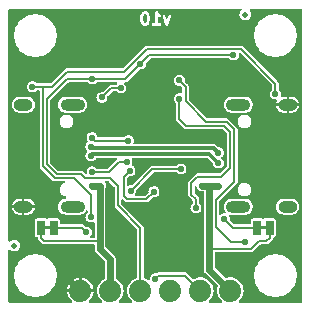
<source format=gbl>
%TF.GenerationSoftware,KiCad,Pcbnew,8.0.5*%
%TF.CreationDate,2024-09-30T11:30:18+01:00*%
%TF.ProjectId,Soft_Power_Switch_USB-C,536f6674-5f50-46f7-9765-725f53776974,v01*%
%TF.SameCoordinates,Original*%
%TF.FileFunction,Copper,L2,Bot*%
%TF.FilePolarity,Positive*%
%FSLAX46Y46*%
G04 Gerber Fmt 4.6, Leading zero omitted, Abs format (unit mm)*
G04 Created by KiCad (PCBNEW 8.0.5) date 2024-09-30 11:30:18*
%MOMM*%
%LPD*%
G01*
G04 APERTURE LIST*
%ADD10C,0.254000*%
%TA.AperFunction,EtchedComponent*%
%ADD11C,0.000000*%
%TD*%
%TA.AperFunction,ComponentPad*%
%ADD12C,1.879600*%
%TD*%
%TA.AperFunction,ComponentPad*%
%ADD13O,1.600000X1.000000*%
%TD*%
%TA.AperFunction,ComponentPad*%
%ADD14O,2.100000X1.000000*%
%TD*%
%TA.AperFunction,SMDPad,CuDef*%
%ADD15C,0.500000*%
%TD*%
%TA.AperFunction,SMDPad,CuDef*%
%ADD16R,0.660400X1.270000*%
%TD*%
%TA.AperFunction,ViaPad*%
%ADD17C,0.560000*%
%TD*%
%TA.AperFunction,Conductor*%
%ADD18C,0.558800*%
%TD*%
%TA.AperFunction,Conductor*%
%ADD19C,0.177800*%
%TD*%
%TA.AperFunction,Conductor*%
%ADD20C,0.304800*%
%TD*%
G04 APERTURE END LIST*
D10*
G36*
X11899053Y24663433D02*
G01*
X11918292Y24644194D01*
X11951220Y24578338D01*
X11992428Y24413506D01*
X11992428Y24202869D01*
X11951220Y24038037D01*
X11918292Y23972181D01*
X11899054Y23952944D01*
X11847543Y23927188D01*
X11810741Y23927188D01*
X11759229Y23952944D01*
X11739992Y23972181D01*
X11707064Y24038037D01*
X11665856Y24202869D01*
X11665856Y24413506D01*
X11707064Y24578338D01*
X11739992Y24644194D01*
X11759231Y24663433D01*
X11810741Y24689188D01*
X11847543Y24689188D01*
X11899053Y24663433D01*
G37*
G36*
X14162159Y23546188D02*
G01*
X11284856Y23546188D01*
X11284856Y24429140D01*
X11411856Y24429140D01*
X11411856Y24187235D01*
X11412281Y24182914D01*
X11412006Y24181061D01*
X11413377Y24171789D01*
X11414296Y24162459D01*
X11415012Y24160729D01*
X11415648Y24156433D01*
X11464029Y23962909D01*
X11464681Y23961082D01*
X11464747Y23960166D01*
X11468689Y23949866D01*
X11472405Y23939464D01*
X11472952Y23938726D01*
X11473645Y23936915D01*
X11522026Y23840153D01*
X11528739Y23829489D01*
X11530022Y23826391D01*
X11532883Y23822905D01*
X11535288Y23819084D01*
X11537821Y23816887D01*
X11545815Y23807146D01*
X11594196Y23758765D01*
X11603939Y23750769D01*
X11606135Y23748238D01*
X11609951Y23745836D01*
X11613441Y23742972D01*
X11616538Y23741689D01*
X11627204Y23734975D01*
X11723966Y23686595D01*
X11747218Y23677698D01*
X11751768Y23677375D01*
X11755985Y23675628D01*
X11780761Y23673188D01*
X11877523Y23673188D01*
X11902299Y23675628D01*
X11906515Y23677375D01*
X11911067Y23677698D01*
X11934318Y23686595D01*
X12031080Y23734975D01*
X12041746Y23741690D01*
X12044843Y23742972D01*
X12048329Y23745834D01*
X12052150Y23748238D01*
X12054347Y23750772D01*
X12064088Y23758765D01*
X12112469Y23807146D01*
X12120462Y23816887D01*
X12122996Y23819084D01*
X12125400Y23822905D01*
X12127090Y23824964D01*
X12381915Y23824964D01*
X12381915Y23775412D01*
X12400878Y23729631D01*
X12435918Y23694591D01*
X12481699Y23675628D01*
X12506475Y23673188D01*
X13087047Y23673188D01*
X13111823Y23675628D01*
X13157604Y23694591D01*
X13192644Y23729631D01*
X13211607Y23775412D01*
X13211607Y23824964D01*
X13192644Y23870745D01*
X13157604Y23905785D01*
X13111823Y23924748D01*
X13087047Y23927188D01*
X12923761Y23927188D01*
X12923761Y24466815D01*
X12933489Y24460691D01*
X13030251Y24412310D01*
X13053502Y24403412D01*
X13102931Y24399899D01*
X13149942Y24415570D01*
X13187377Y24448037D01*
X13192838Y24458959D01*
X13300077Y24458959D01*
X13306112Y24434806D01*
X13548017Y23757474D01*
X13558648Y23734962D01*
X13562925Y23730238D01*
X13565655Y23724474D01*
X13579437Y23711998D01*
X13591904Y23698226D01*
X13597663Y23695498D01*
X13602391Y23691218D01*
X13619896Y23684967D01*
X13636688Y23677012D01*
X13643053Y23676696D01*
X13649056Y23674552D01*
X13667617Y23675475D01*
X13686179Y23674552D01*
X13692181Y23676696D01*
X13698548Y23677012D01*
X13715343Y23684968D01*
X13732845Y23691218D01*
X13737570Y23695497D01*
X13743332Y23698225D01*
X13755803Y23712003D01*
X13769581Y23724474D01*
X13772309Y23730236D01*
X13776588Y23734961D01*
X13787219Y23757473D01*
X14029124Y24434806D01*
X14035159Y24458959D01*
X14032699Y24508451D01*
X14011486Y24553235D01*
X13974750Y24586491D01*
X13928084Y24603157D01*
X13878593Y24600697D01*
X13833809Y24579483D01*
X13800553Y24542747D01*
X13789922Y24520235D01*
X13667618Y24177786D01*
X13545314Y24520236D01*
X13534683Y24542748D01*
X13501427Y24579484D01*
X13456643Y24600697D01*
X13407151Y24603157D01*
X13360486Y24586491D01*
X13323750Y24553235D01*
X13302537Y24508451D01*
X13300077Y24458959D01*
X13192838Y24458959D01*
X13209537Y24492357D01*
X13213050Y24541786D01*
X13197379Y24588797D01*
X13164912Y24626232D01*
X13143843Y24639494D01*
X13065515Y24678658D01*
X12992215Y24751959D01*
X12902431Y24886635D01*
X12902375Y24886703D01*
X12902358Y24886745D01*
X12902263Y24886840D01*
X12886658Y24905896D01*
X12876209Y24912894D01*
X12867318Y24921785D01*
X12855823Y24926547D01*
X12845485Y24933470D01*
X12833154Y24935937D01*
X12821537Y24940748D01*
X12809094Y24940748D01*
X12796893Y24943188D01*
X12784560Y24940748D01*
X12771985Y24940748D01*
X12760487Y24935986D01*
X12748282Y24933571D01*
X12737820Y24926597D01*
X12726204Y24921785D01*
X12717406Y24912987D01*
X12707053Y24906085D01*
X12700055Y24895637D01*
X12691164Y24886745D01*
X12686402Y24875251D01*
X12679479Y24864912D01*
X12677012Y24852582D01*
X12672201Y24840964D01*
X12669786Y24816449D01*
X12669761Y24816320D01*
X12669769Y24816277D01*
X12669761Y24816188D01*
X12669761Y23927188D01*
X12506475Y23927188D01*
X12481699Y23924748D01*
X12435918Y23905785D01*
X12400878Y23870745D01*
X12381915Y23824964D01*
X12127090Y23824964D01*
X12128262Y23826391D01*
X12129544Y23829489D01*
X12136258Y23840153D01*
X12184639Y23936915D01*
X12185332Y23938728D01*
X12185879Y23939465D01*
X12189591Y23949858D01*
X12193537Y23960166D01*
X12193602Y23961082D01*
X12194255Y23962909D01*
X12242636Y24156433D01*
X12243271Y24160729D01*
X12243988Y24162459D01*
X12244906Y24171789D01*
X12246278Y24181061D01*
X12246002Y24182914D01*
X12246428Y24187235D01*
X12246428Y24429140D01*
X12246002Y24433462D01*
X12246278Y24435314D01*
X12244906Y24444587D01*
X12243988Y24453916D01*
X12243271Y24455647D01*
X12242636Y24459942D01*
X12194255Y24653466D01*
X12193602Y24655294D01*
X12193537Y24656209D01*
X12189591Y24666518D01*
X12185879Y24676910D01*
X12185332Y24677648D01*
X12184639Y24679460D01*
X12136258Y24776222D01*
X12129544Y24786887D01*
X12128262Y24789984D01*
X12125400Y24793471D01*
X12122996Y24797291D01*
X12120462Y24799489D01*
X12112469Y24809229D01*
X12064088Y24857610D01*
X12054347Y24865604D01*
X12052150Y24868137D01*
X12048329Y24870542D01*
X12044843Y24873403D01*
X12041745Y24874686D01*
X12031081Y24881399D01*
X11934319Y24929780D01*
X11911068Y24938678D01*
X11906515Y24939002D01*
X11902299Y24940748D01*
X11877523Y24943188D01*
X11780761Y24943188D01*
X11755985Y24940748D01*
X11751768Y24939002D01*
X11747216Y24938678D01*
X11723965Y24929780D01*
X11627203Y24881399D01*
X11616538Y24874686D01*
X11613441Y24873403D01*
X11609954Y24870542D01*
X11606134Y24868137D01*
X11603936Y24865604D01*
X11594196Y24857610D01*
X11545815Y24809229D01*
X11537821Y24799489D01*
X11535288Y24797291D01*
X11532883Y24793471D01*
X11530022Y24789984D01*
X11528739Y24786887D01*
X11522026Y24776222D01*
X11473645Y24679460D01*
X11472952Y24677650D01*
X11472405Y24676911D01*
X11468689Y24666510D01*
X11464747Y24656209D01*
X11464681Y24655294D01*
X11464029Y24653466D01*
X11415648Y24459942D01*
X11415012Y24455647D01*
X11414296Y24453916D01*
X11413377Y24444587D01*
X11412006Y24435314D01*
X11412281Y24433462D01*
X11411856Y24429140D01*
X11284856Y24429140D01*
X11284856Y25070188D01*
X14162159Y25070188D01*
X14162159Y23546188D01*
G37*
D11*
%TA.AperFunction,EtchedComponent*%
%TO.C,JP2*%
G36*
X22094000Y6454000D02*
G01*
X21594000Y6454000D01*
X21594000Y6754000D01*
X22094000Y6754000D01*
X22094000Y6454000D01*
G37*
%TD.AperFunction*%
%TA.AperFunction,EtchedComponent*%
%TO.C,JP1*%
G36*
X3806000Y6454000D02*
G01*
X3306000Y6454000D01*
X3306000Y6754000D01*
X3806000Y6754000D01*
X3806000Y6454000D01*
G37*
%TD.AperFunction*%
%TD*%
D12*
%TO.P,J3,1,Pin_1*%
%TO.N,VOUT*%
X19050000Y1270000D03*
%TO.P,J3,2,Pin_2*%
%TO.N,OFF*%
X16510000Y1270000D03*
%TO.P,J3,3,Pin_3*%
%TO.N,PUSH*%
X13970000Y1270000D03*
%TO.P,J3,4,Pin_4*%
%TO.N,BTN*%
X11430000Y1270000D03*
%TO.P,J3,5,Pin_5*%
%TO.N,VIN*%
X8890000Y1270000D03*
%TO.P,J3,6,Pin_6*%
%TO.N,GND*%
X6350000Y1270000D03*
%TD*%
D13*
%TO.P,J2,NC1,NC*%
%TO.N,unconnected-(J2-NC-PadNC1)*%
X23891000Y8382000D03*
D14*
%TO.P,J2,NC2,NC*%
%TO.N,unconnected-(J2-NC-PadNC2)*%
X19711000Y8382000D03*
%TO.P,J2,NC3,NC*%
%TO.N,unconnected-(J2-NC-PadNC3)*%
X19711000Y17018000D03*
D13*
%TO.P,J2,S,SHIELD*%
%TO.N,GND*%
X23891000Y17018000D03*
%TD*%
%TO.P,J1,NC1,NC*%
%TO.N,unconnected-(J1-NC-PadNC1)*%
X1509000Y17018000D03*
D14*
%TO.P,J1,NC2,NC*%
%TO.N,unconnected-(J1-NC-PadNC2)*%
X5689000Y17018000D03*
%TO.P,J1,NC3,NC*%
%TO.N,unconnected-(J1-NC-PadNC3)*%
X5689000Y8382000D03*
D13*
%TO.P,J1,S,SHIELD*%
%TO.N,GND*%
X1509000Y8382000D03*
%TD*%
D15*
%TO.P,FID3,*%
%TO.N,*%
X20320000Y24638000D03*
%TD*%
%TO.P,FID2,*%
%TO.N,*%
X762000Y5080000D03*
%TD*%
D16*
%TO.P,JP2,1,A*%
%TO.N,Net-(JP2-A)*%
X21323300Y6604000D03*
%TO.P,JP2,2,B*%
%TO.N,VOUT*%
X22364700Y6604000D03*
%TD*%
%TO.P,JP1,1,A*%
%TO.N,Net-(JP1-A)*%
X4076700Y6604000D03*
%TO.P,JP1,2,B*%
%TO.N,VIN*%
X3035300Y6604000D03*
%TD*%
D17*
%TO.N,GND*%
X15138400Y10464800D03*
X12700000Y22987000D03*
X5461000Y21082000D03*
X18669000Y20687700D03*
X20320000Y4064000D03*
X22860000Y12700000D03*
X10414000Y14986000D03*
X10287000Y16989700D03*
X18034000Y24638000D03*
X4191000Y12700000D03*
X24257000Y5080000D03*
X12700000Y4699000D03*
X16510000Y7493000D03*
X21082000Y9144000D03*
X2540000Y12700000D03*
X4318000Y9144000D03*
X10668000Y18161000D03*
X18034000Y16256000D03*
X5080000Y2540000D03*
X7366000Y24638000D03*
X4318000Y16256000D03*
X21082000Y16256000D03*
X8890000Y9144000D03*
X14732000Y14732000D03*
%TO.N,BTN*%
X11430000Y20447000D03*
X19304000Y21209000D03*
X7366000Y19177000D03*
%TO.N,Net-(C2-Pad1)*%
X22860000Y17907000D03*
X2286000Y18542000D03*
X7239000Y7493000D03*
%TO.N,VOUT*%
X18034000Y10160000D03*
X16637000Y10160000D03*
%TO.N,Net-(JP1-A)*%
X6858000Y6223000D03*
%TO.N,Net-(JP2-A)*%
X18542000Y7366000D03*
%TO.N,Net-(U4-CLK)*%
X14732000Y19063300D03*
X9765700Y18415000D03*
X20320000Y5347300D03*
X8166000Y17615000D03*
%TO.N,OFF*%
X12700000Y2286000D03*
%TO.N,VIN*%
X7366000Y10160000D03*
X8046003Y10160000D03*
%TO.N,Net-(Q3A-G)*%
X10541000Y11430000D03*
X12573000Y9652000D03*
%TO.N,Net-(Q3A-D)*%
X14859000Y11557000D03*
X10604500Y9715500D03*
%TO.N,EN*%
X14732000Y17526000D03*
X16129000Y8255000D03*
%TO.N,Net-(J1-CC1)*%
X7334203Y14224000D03*
X10414000Y13970000D03*
%TO.N,Net-(J1-D+-PadA6)*%
X18034000Y12065000D03*
X7239000Y12700000D03*
%TO.N,Net-(J1-D--PadA7)*%
X18034000Y12954000D03*
X7239543Y13460519D03*
%TO.N,Net-(J1-CC2)*%
X7334203Y11316300D03*
X10287000Y12192000D03*
%TD*%
D18*
%TO.N,GND*%
X6350000Y1270000D02*
X5080000Y2540000D01*
D19*
%TO.N,BTN*%
X4368800Y11125200D02*
X6400800Y11125200D01*
X6400800Y11125200D02*
X6731000Y10795000D01*
X9525000Y10160000D02*
X9525000Y8509000D01*
X5207000Y19177000D02*
X3505200Y17475200D01*
X3505200Y11988800D02*
X4368800Y11125200D01*
X9525000Y8509000D02*
X11430000Y6604000D01*
X8890000Y10795000D02*
X9525000Y10160000D01*
X19304000Y21209000D02*
X12192000Y21209000D01*
X3505200Y17475200D02*
X3505200Y11988800D01*
X7366000Y19177000D02*
X5207000Y19177000D01*
X7366000Y19177000D02*
X10160000Y19177000D01*
X6731000Y10795000D02*
X8890000Y10795000D01*
X11430000Y6604000D02*
X11430000Y1270000D01*
X10160000Y19177000D02*
X11430000Y20447000D01*
X12192000Y21209000D02*
X11430000Y20447000D01*
%TO.N,Net-(C2-Pad1)*%
X11951300Y21730300D02*
X19925700Y21730300D01*
X5842000Y10795000D02*
X4191000Y10795000D01*
X19925700Y21730300D02*
X22860000Y18796000D01*
X2286000Y18542000D02*
X3937000Y18542000D01*
X5207000Y19812000D02*
X10033000Y19812000D01*
X3937000Y18542000D02*
X5207000Y19812000D01*
X3175000Y11811000D02*
X3175000Y18542000D01*
X7239000Y9398000D02*
X5842000Y10795000D01*
X4191000Y10795000D02*
X3175000Y11811000D01*
X22860000Y18796000D02*
X22860000Y17907000D01*
X10033000Y19812000D02*
X11951300Y21730300D01*
X7239000Y7493000D02*
X7239000Y9398000D01*
D18*
%TO.N,VOUT*%
X18034000Y10160000D02*
X17526000Y10160000D01*
D19*
X22098000Y5461000D02*
X21463000Y5461000D01*
X20828000Y4826000D02*
X17526000Y4826000D01*
D18*
X17272000Y3048000D02*
X17272000Y5080000D01*
X17272000Y5080000D02*
X17272000Y10160000D01*
D19*
X17526000Y4826000D02*
X17272000Y5080000D01*
D18*
X19050000Y1270000D02*
X17272000Y3048000D01*
D19*
X22364700Y5727700D02*
X22098000Y5461000D01*
D18*
X17526000Y10160000D02*
X16637000Y10160000D01*
D19*
X21463000Y5461000D02*
X20828000Y4826000D01*
X22364700Y6604000D02*
X22364700Y5727700D01*
%TO.N,Net-(JP1-A)*%
X6477000Y6604000D02*
X4076700Y6604000D01*
X6858000Y6223000D02*
X6477000Y6604000D01*
%TO.N,Net-(JP2-A)*%
X18542000Y7366000D02*
X19304000Y6604000D01*
X19304000Y6604000D02*
X21323300Y6604000D01*
%TO.N,Net-(U4-CLK)*%
X8166000Y17615000D02*
X8966000Y18415000D01*
X15253300Y17285300D02*
X15253300Y18542000D01*
X16968400Y15570200D02*
X15253300Y17285300D01*
X17792700Y8902700D02*
X19380200Y10490200D01*
X17792700Y6616070D02*
X17792700Y8902700D01*
X19061470Y5347300D02*
X17792700Y6616070D01*
X19380200Y14909800D02*
X18719800Y15570200D01*
X8966000Y18415000D02*
X9765700Y18415000D01*
X19380200Y10490200D02*
X19380200Y14909800D01*
X18719800Y15570200D02*
X16968400Y15570200D01*
X20320000Y5347300D02*
X19061470Y5347300D01*
X15253300Y18542000D02*
X14732000Y19063300D01*
%TO.N,OFF*%
X15240000Y2540000D02*
X16510000Y1270000D01*
X12954000Y2540000D02*
X15240000Y2540000D01*
X12700000Y2286000D02*
X12954000Y2540000D01*
D18*
%TO.N,VIN*%
X8001000Y5461000D02*
X8001000Y4826000D01*
X8046003Y10160000D02*
X7366000Y10160000D01*
X8890000Y3937000D02*
X8890000Y1270000D01*
X8001000Y4826000D02*
X8890000Y3937000D01*
X8001000Y10114997D02*
X8001000Y5461000D01*
D19*
X3035300Y5727700D02*
X3302000Y5461000D01*
X3035300Y6604000D02*
X3035300Y5727700D01*
D18*
X8046003Y10160000D02*
X8001000Y10114997D01*
D19*
X3302000Y5461000D02*
X8001000Y5461000D01*
%TO.N,Net-(Q3A-G)*%
X10033000Y9271000D02*
X10033000Y10922000D01*
X12573000Y9652000D02*
X11938000Y9017000D01*
X10287000Y9017000D02*
X10033000Y9271000D01*
X10033000Y10922000D02*
X10541000Y11430000D01*
X11938000Y9017000D02*
X10287000Y9017000D01*
%TO.N,Net-(Q3A-D)*%
X12446000Y11557000D02*
X10604500Y9715500D01*
X14859000Y11557000D02*
X12446000Y11557000D01*
%TO.N,EN*%
X19050000Y14732000D02*
X18542000Y15240000D01*
X16129000Y8255000D02*
X16129000Y9017000D01*
X18542000Y15240000D02*
X15264770Y15240000D01*
X15264770Y15240000D02*
X14732000Y15772770D01*
X14732000Y15772770D02*
X14732000Y17526000D01*
X18288000Y10922000D02*
X19050000Y11684000D01*
X16129000Y9017000D02*
X15748000Y9398000D01*
X16256000Y10922000D02*
X18288000Y10922000D01*
X15748000Y10414000D02*
X16256000Y10922000D01*
X19050000Y11684000D02*
X19050000Y14732000D01*
X15748000Y9398000D02*
X15748000Y10414000D01*
%TO.N,Net-(J1-CC1)*%
X7334203Y14224000D02*
X7588203Y13970000D01*
X7588203Y13970000D02*
X10414000Y13970000D01*
D20*
%TO.N,Net-(J1-D+-PadA6)*%
X7239000Y12700000D02*
X7366000Y12827000D01*
X7366000Y12827000D02*
X17272000Y12827000D01*
X17272000Y12827000D02*
X18034000Y12065000D01*
%TO.N,Net-(J1-D--PadA7)*%
X17653000Y13335000D02*
X18034000Y12954000D01*
X7240481Y13460519D02*
X7366000Y13335000D01*
X7239543Y13460519D02*
X7240481Y13460519D01*
X7366000Y13335000D02*
X17653000Y13335000D01*
D19*
%TO.N,Net-(J1-CC2)*%
X8776300Y11316300D02*
X9652000Y12192000D01*
X9652000Y12192000D02*
X10287000Y12192000D01*
X7334203Y11316300D02*
X8776300Y11316300D01*
%TD*%
%TA.AperFunction,Conductor*%
%TO.N,GND*%
G36*
X19961521Y25124935D02*
G01*
X19991585Y25072864D01*
X19981144Y25013650D01*
X19971451Y25000038D01*
X19894622Y24911372D01*
X19834835Y24780457D01*
X19834833Y24780451D01*
X19814353Y24638004D01*
X19814353Y24637997D01*
X19834833Y24495550D01*
X19834834Y24495545D01*
X19834835Y24495543D01*
X19894623Y24364627D01*
X19988872Y24255857D01*
X19988874Y24255856D01*
X19988875Y24255855D01*
X20049969Y24216592D01*
X20109947Y24178047D01*
X20248039Y24137500D01*
X20248040Y24137500D01*
X20391960Y24137500D01*
X20391961Y24137500D01*
X20530053Y24178047D01*
X20651128Y24255857D01*
X20745377Y24364627D01*
X20805165Y24495543D01*
X20815670Y24568608D01*
X20825647Y24637997D01*
X20825647Y24638004D01*
X20805166Y24780451D01*
X20805165Y24780452D01*
X20805165Y24780457D01*
X20745377Y24911373D01*
X20668549Y25000038D01*
X20647091Y25056206D01*
X20666757Y25113026D01*
X20718346Y25143912D01*
X20734980Y25145500D01*
X25057600Y25145500D01*
X25114101Y25124935D01*
X25144165Y25072864D01*
X25145500Y25057600D01*
X25145500Y342400D01*
X25124935Y285899D01*
X25072864Y255835D01*
X25057600Y254500D01*
X19822598Y254500D01*
X19766097Y275065D01*
X19736033Y327136D01*
X19746474Y386350D01*
X19763380Y407359D01*
X19787057Y428945D01*
X19879826Y513514D01*
X20004700Y678875D01*
X20097064Y864365D01*
X20153771Y1063670D01*
X20172890Y1270000D01*
X20153771Y1476330D01*
X20136352Y1537550D01*
X20123728Y1581920D01*
X20097064Y1675635D01*
X20004700Y1861125D01*
X19879826Y2026486D01*
X19777311Y2119941D01*
X19726694Y2166085D01*
X19726685Y2166091D01*
X19550517Y2275169D01*
X19550511Y2275172D01*
X19357296Y2350023D01*
X19357284Y2350027D01*
X19153609Y2388100D01*
X19153607Y2388100D01*
X18946393Y2388100D01*
X18946390Y2388100D01*
X18742711Y2350026D01*
X18742702Y2350023D01*
X18705695Y2335687D01*
X18645581Y2334454D01*
X18611789Y2355497D01*
X18309273Y2658013D01*
X21059500Y2658013D01*
X21059500Y2421988D01*
X21090307Y2187986D01*
X21090310Y2187974D01*
X21131118Y2035676D01*
X21151394Y1960007D01*
X21161306Y1936078D01*
X21241713Y1741957D01*
X21241714Y1741955D01*
X21241716Y1741951D01*
X21282636Y1671076D01*
X21359728Y1537548D01*
X21406769Y1476243D01*
X21503408Y1350301D01*
X21670301Y1183408D01*
X21670304Y1183406D01*
X21826350Y1063667D01*
X21857550Y1039727D01*
X22061951Y921716D01*
X22280007Y831394D01*
X22507986Y770307D01*
X22687541Y746669D01*
X22741987Y739500D01*
X22741989Y739500D01*
X22978013Y739500D01*
X23026784Y745922D01*
X23212014Y770307D01*
X23439993Y831394D01*
X23658049Y921716D01*
X23862450Y1039727D01*
X24049699Y1183408D01*
X24216592Y1350301D01*
X24360273Y1537550D01*
X24478284Y1741951D01*
X24568606Y1960007D01*
X24629693Y2187986D01*
X24656915Y2394766D01*
X24660500Y2421988D01*
X24660500Y2658013D01*
X24649096Y2744634D01*
X24629693Y2892014D01*
X24568606Y3119993D01*
X24478284Y3338049D01*
X24360273Y3542450D01*
X24216592Y3729699D01*
X24049699Y3896592D01*
X23918510Y3997257D01*
X23862452Y4040272D01*
X23735331Y4113665D01*
X23658049Y4158284D01*
X23658047Y4158285D01*
X23658045Y4158286D01*
X23658043Y4158287D01*
X23556059Y4200530D01*
X23439993Y4248606D01*
X23439986Y4248608D01*
X23212026Y4309690D01*
X23212014Y4309693D01*
X22978013Y4340500D01*
X22978011Y4340500D01*
X22741989Y4340500D01*
X22741987Y4340500D01*
X22507985Y4309693D01*
X22507973Y4309690D01*
X22280013Y4248608D01*
X22280009Y4248607D01*
X22280007Y4248606D01*
X22280005Y4248605D01*
X22061956Y4158287D01*
X22061954Y4158286D01*
X21857547Y4040272D01*
X21670304Y3896595D01*
X21503405Y3729696D01*
X21359728Y3542453D01*
X21241714Y3338046D01*
X21241713Y3338044D01*
X21151395Y3119995D01*
X21151392Y3119987D01*
X21090310Y2892027D01*
X21090307Y2892015D01*
X21059500Y2658013D01*
X18309273Y2658013D01*
X17755445Y3211841D01*
X17730034Y3266335D01*
X17729700Y3273996D01*
X17729700Y4470900D01*
X17750265Y4527401D01*
X17802336Y4557465D01*
X17817600Y4558800D01*
X20881148Y4558800D01*
X20881149Y4558800D01*
X20979357Y4599479D01*
X21547933Y5168055D01*
X21602427Y5193466D01*
X21610088Y5193800D01*
X22151148Y5193800D01*
X22151149Y5193800D01*
X22249357Y5234479D01*
X22591221Y5576343D01*
X22631900Y5674551D01*
X22631900Y5703099D01*
X22652465Y5759600D01*
X22704536Y5789664D01*
X22711197Y5790577D01*
X22712451Y5790701D01*
X22712460Y5790701D01*
X22712469Y5790703D01*
X22712471Y5790703D01*
X22764465Y5801044D01*
X22764466Y5801044D01*
X22764466Y5801045D01*
X22764469Y5801045D01*
X22823447Y5840453D01*
X22862855Y5899431D01*
X22873200Y5951439D01*
X22873199Y7256560D01*
X22873199Y7256561D01*
X22873199Y7256564D01*
X22873198Y7256566D01*
X22862856Y7308566D01*
X22862856Y7308567D01*
X22845114Y7335120D01*
X22823447Y7367547D01*
X22764469Y7406955D01*
X22712461Y7417300D01*
X22712459Y7417300D01*
X22016936Y7417300D01*
X22016934Y7417299D01*
X21964934Y7406957D01*
X21964933Y7406957D01*
X21924797Y7380139D01*
X21905955Y7367548D01*
X21898755Y7362737D01*
X21897960Y7363927D01*
X21851661Y7342337D01*
X21793583Y7357900D01*
X21782233Y7367422D01*
X21782047Y7367546D01*
X21782047Y7367547D01*
X21723069Y7406955D01*
X21671061Y7417300D01*
X21671059Y7417300D01*
X20975536Y7417300D01*
X20975534Y7417299D01*
X20923534Y7406957D01*
X20923533Y7406957D01*
X20864554Y7367548D01*
X20864552Y7367546D01*
X20825145Y7308569D01*
X20814800Y7256560D01*
X20814800Y6959100D01*
X20794235Y6902599D01*
X20742164Y6872535D01*
X20726900Y6871200D01*
X19451088Y6871200D01*
X19394587Y6891765D01*
X19388933Y6896945D01*
X19025423Y7260455D01*
X19000012Y7314949D01*
X19000573Y7335120D01*
X19005013Y7365999D01*
X19005013Y7366004D01*
X18986259Y7496440D01*
X18986258Y7496442D01*
X18986258Y7496446D01*
X18986256Y7496449D01*
X18986256Y7496452D01*
X18942716Y7591790D01*
X18937950Y7651728D01*
X18972827Y7700706D01*
X19031027Y7715807D01*
X19039809Y7714518D01*
X19094193Y7703700D01*
X19094196Y7703700D01*
X20327805Y7703700D01*
X20327807Y7703700D01*
X20414380Y7720921D01*
X20458849Y7729766D01*
X20458850Y7729767D01*
X20458853Y7729767D01*
X20582291Y7780896D01*
X20582292Y7780896D01*
X20582293Y7780897D01*
X20582296Y7780898D01*
X20693391Y7855130D01*
X20787870Y7949609D01*
X20862102Y8060704D01*
X20913233Y8184147D01*
X20939300Y8315193D01*
X20939300Y8448806D01*
X22912700Y8448806D01*
X22912700Y8315195D01*
X22938765Y8184151D01*
X22938768Y8184143D01*
X22989895Y8060710D01*
X22989895Y8060708D01*
X23019185Y8016873D01*
X23064130Y7949609D01*
X23158609Y7855130D01*
X23269704Y7780898D01*
X23269706Y7780897D01*
X23269708Y7780896D01*
X23393142Y7729769D01*
X23393150Y7729766D01*
X23459116Y7716645D01*
X23524193Y7703700D01*
X23524195Y7703700D01*
X24257805Y7703700D01*
X24257807Y7703700D01*
X24344380Y7720921D01*
X24388849Y7729766D01*
X24388850Y7729767D01*
X24388853Y7729767D01*
X24512291Y7780896D01*
X24512292Y7780896D01*
X24512293Y7780897D01*
X24512296Y7780898D01*
X24623391Y7855130D01*
X24717870Y7949609D01*
X24792102Y8060704D01*
X24843233Y8184147D01*
X24869300Y8315193D01*
X24869300Y8448807D01*
X24843233Y8579853D01*
X24792104Y8703292D01*
X24792104Y8703293D01*
X24761028Y8749801D01*
X24717870Y8814391D01*
X24623391Y8908870D01*
X24512296Y8983102D01*
X24512294Y8983103D01*
X24512291Y8983105D01*
X24388857Y9034232D01*
X24388849Y9034235D01*
X24290344Y9053828D01*
X24257807Y9060300D01*
X23524193Y9060300D01*
X23495249Y9054543D01*
X23393150Y9034235D01*
X23393142Y9034232D01*
X23269709Y8983105D01*
X23269707Y8983105D01*
X23158611Y8908872D01*
X23064128Y8814389D01*
X22989895Y8703293D01*
X22989895Y8703291D01*
X22938768Y8579858D01*
X22938765Y8579850D01*
X22912700Y8448806D01*
X20939300Y8448806D01*
X20939300Y8448807D01*
X20913233Y8579853D01*
X20862104Y8703292D01*
X20862104Y8703293D01*
X20831028Y8749801D01*
X20787870Y8814391D01*
X20693391Y8908870D01*
X20582296Y8983102D01*
X20582294Y8983103D01*
X20582291Y8983105D01*
X20458857Y9034232D01*
X20458849Y9034235D01*
X20327802Y9060301D01*
X20324966Y9060580D01*
X20323952Y9061067D01*
X20323572Y9061142D01*
X20323591Y9061240D01*
X20270754Y9086586D01*
X20245942Y9141355D01*
X20262139Y9199259D01*
X20311244Y9232847D01*
X20311201Y9233009D01*
X20311662Y9233133D01*
X20311768Y9233205D01*
X20312357Y9233319D01*
X20316765Y9234500D01*
X20316766Y9234500D01*
X20463135Y9273719D01*
X20594365Y9349485D01*
X20701515Y9456635D01*
X20777281Y9587865D01*
X20816500Y9734234D01*
X20816500Y9885766D01*
X20777281Y10032135D01*
X20701515Y10163365D01*
X20594365Y10270515D01*
X20559845Y10290445D01*
X20479790Y10336665D01*
X20463135Y10346281D01*
X20463134Y10346282D01*
X20463133Y10346282D01*
X20316766Y10385500D01*
X20165234Y10385500D01*
X20018866Y10346282D01*
X19887637Y10270517D01*
X19780483Y10163363D01*
X19704718Y10032134D01*
X19665500Y9885766D01*
X19665500Y9734235D01*
X19695808Y9621119D01*
X19704719Y9587865D01*
X19780485Y9456635D01*
X19887635Y9349485D01*
X20018865Y9273719D01*
X20165234Y9234500D01*
X20165235Y9234500D01*
X20170441Y9233105D01*
X20219694Y9198618D01*
X20235257Y9140539D01*
X20209846Y9086046D01*
X20155352Y9060635D01*
X20147691Y9060300D01*
X19094193Y9060300D01*
X19065249Y9054543D01*
X18963150Y9034235D01*
X18963142Y9034232D01*
X18839709Y8983105D01*
X18839707Y8983105D01*
X18728611Y8908872D01*
X18634128Y8814389D01*
X18559895Y8703293D01*
X18559895Y8703291D01*
X18508768Y8579858D01*
X18508765Y8579850D01*
X18482700Y8448806D01*
X18482700Y8315195D01*
X18508765Y8184151D01*
X18508768Y8184143D01*
X18559895Y8060710D01*
X18559895Y8060708D01*
X18581522Y8028341D01*
X18626496Y7961034D01*
X18640788Y7902631D01*
X18614194Y7848705D01*
X18559159Y7824488D01*
X18553410Y7824300D01*
X18476101Y7824300D01*
X18349657Y7787171D01*
X18349653Y7787170D01*
X18238794Y7715925D01*
X18238789Y7715920D01*
X18214230Y7687577D01*
X18161688Y7658343D01*
X18102648Y7669722D01*
X18064734Y7716390D01*
X18059900Y7745139D01*
X18059900Y8755613D01*
X18080465Y8812114D01*
X18085634Y8817757D01*
X19606721Y10338843D01*
X19647400Y10437051D01*
X19647400Y10543349D01*
X19647400Y14962949D01*
X19606721Y15061157D01*
X19606719Y15061159D01*
X19531557Y15136322D01*
X19531557Y15136321D01*
X18871157Y15796721D01*
X18871155Y15796722D01*
X18871156Y15796722D01*
X18813627Y15820551D01*
X18772949Y15837400D01*
X18772948Y15837400D01*
X17115488Y15837400D01*
X17058987Y15857965D01*
X17053333Y15863145D01*
X15831672Y17084806D01*
X18482700Y17084806D01*
X18482700Y16951195D01*
X18508765Y16820151D01*
X18508768Y16820143D01*
X18559895Y16696710D01*
X18559895Y16696708D01*
X18559898Y16696704D01*
X18634130Y16585609D01*
X18728609Y16491130D01*
X18839704Y16416898D01*
X18839706Y16416897D01*
X18839708Y16416896D01*
X18963142Y16365769D01*
X18963150Y16365766D01*
X19029116Y16352645D01*
X19094193Y16339700D01*
X19094195Y16339700D01*
X20147691Y16339700D01*
X20204192Y16319135D01*
X20234256Y16267064D01*
X20223815Y16207850D01*
X20177755Y16169201D01*
X20170441Y16166895D01*
X20165235Y16165500D01*
X20165234Y16165500D01*
X20138526Y16158344D01*
X20018866Y16126282D01*
X19887637Y16050517D01*
X19780483Y15943363D01*
X19704718Y15812134D01*
X19679930Y15719621D01*
X19665500Y15665766D01*
X19665500Y15514234D01*
X19704719Y15367865D01*
X19780485Y15236635D01*
X19887635Y15129485D01*
X20018865Y15053719D01*
X20165234Y15014500D01*
X20316765Y15014500D01*
X20316766Y15014500D01*
X20463135Y15053719D01*
X20594365Y15129485D01*
X20701515Y15236635D01*
X20777281Y15367865D01*
X20816500Y15514234D01*
X20816500Y15665766D01*
X20777281Y15812135D01*
X20701515Y15943365D01*
X20594365Y16050515D01*
X20463135Y16126281D01*
X20463134Y16126282D01*
X20463133Y16126282D01*
X20311201Y16166991D01*
X20312008Y16170004D01*
X20268628Y16192726D01*
X20245760Y16248335D01*
X20263987Y16305633D01*
X20314780Y16337810D01*
X20324978Y16339422D01*
X20327797Y16339700D01*
X20327807Y16339700D01*
X20436615Y16361344D01*
X20458849Y16365766D01*
X20458850Y16365767D01*
X20458853Y16365767D01*
X20582291Y16416896D01*
X20582292Y16416896D01*
X20582293Y16416897D01*
X20582296Y16416898D01*
X20693391Y16491130D01*
X20787870Y16585609D01*
X20862102Y16696704D01*
X20913233Y16820147D01*
X20939300Y16951193D01*
X20939300Y17084807D01*
X20925748Y17152937D01*
X20913234Y17215850D01*
X20913231Y17215858D01*
X20862104Y17339291D01*
X20862104Y17339293D01*
X20824511Y17395554D01*
X20787870Y17450391D01*
X20693391Y17544870D01*
X20582296Y17619102D01*
X20582294Y17619103D01*
X20582291Y17619105D01*
X20458857Y17670232D01*
X20458849Y17670235D01*
X20360344Y17689828D01*
X20327807Y17696300D01*
X19094193Y17696300D01*
X19065249Y17690543D01*
X18963150Y17670235D01*
X18963142Y17670232D01*
X18839709Y17619105D01*
X18839707Y17619105D01*
X18728611Y17544872D01*
X18634128Y17450389D01*
X18559895Y17339293D01*
X18559895Y17339291D01*
X18508768Y17215858D01*
X18508765Y17215850D01*
X18482700Y17084806D01*
X15831672Y17084806D01*
X15546245Y17370233D01*
X15520834Y17424727D01*
X15520500Y17432388D01*
X15520500Y18595148D01*
X15520500Y18595149D01*
X15479821Y18693357D01*
X15454477Y18718701D01*
X15404657Y18768522D01*
X15404657Y18768521D01*
X15215423Y18957755D01*
X15190012Y19012249D01*
X15190573Y19032420D01*
X15195013Y19063299D01*
X15195013Y19063304D01*
X15176259Y19193740D01*
X15176258Y19193741D01*
X15176258Y19193746D01*
X15121511Y19313624D01*
X15121510Y19313625D01*
X15121510Y19313626D01*
X15078360Y19363423D01*
X15035209Y19413222D01*
X15035206Y19413224D01*
X15035205Y19413225D01*
X14924346Y19484470D01*
X14924343Y19484471D01*
X14899053Y19491897D01*
X14797898Y19521600D01*
X14797894Y19521600D01*
X14666106Y19521600D01*
X14666101Y19521600D01*
X14539657Y19484471D01*
X14539653Y19484470D01*
X14428794Y19413225D01*
X14428789Y19413220D01*
X14342489Y19313626D01*
X14287742Y19193746D01*
X14287740Y19193740D01*
X14268987Y19063304D01*
X14268987Y19063297D01*
X14287740Y18932861D01*
X14287742Y18932855D01*
X14342489Y18812975D01*
X14381009Y18768521D01*
X14428791Y18713378D01*
X14428793Y18713377D01*
X14428794Y18713376D01*
X14539653Y18642131D01*
X14539654Y18642131D01*
X14539657Y18642129D01*
X14625782Y18616841D01*
X14666101Y18605001D01*
X14666104Y18605001D01*
X14666106Y18605000D01*
X14666107Y18605000D01*
X14776012Y18605000D01*
X14832513Y18584435D01*
X14838167Y18579255D01*
X14960355Y18457067D01*
X14985766Y18402573D01*
X14986100Y18394912D01*
X14986100Y18046459D01*
X14965535Y17989958D01*
X14913464Y17959894D01*
X14873436Y17962119D01*
X14797894Y17984300D01*
X14666106Y17984300D01*
X14666101Y17984300D01*
X14539657Y17947171D01*
X14539653Y17947170D01*
X14428794Y17875925D01*
X14428789Y17875920D01*
X14342489Y17776326D01*
X14287742Y17656446D01*
X14287740Y17656440D01*
X14268987Y17526004D01*
X14268987Y17525997D01*
X14287740Y17395561D01*
X14287741Y17395556D01*
X14287742Y17395554D01*
X14342489Y17275676D01*
X14394455Y17215704D01*
X14428790Y17176079D01*
X14433542Y17171962D01*
X14431486Y17169590D01*
X14460824Y17131078D01*
X14464800Y17104940D01*
X14464800Y15825919D01*
X14464800Y15719621D01*
X14505479Y15621413D01*
X15113413Y15013479D01*
X15211621Y14972800D01*
X15317919Y14972800D01*
X18394912Y14972800D01*
X18451413Y14952235D01*
X18457067Y14947055D01*
X18757055Y14647067D01*
X18782466Y14592573D01*
X18782800Y14584912D01*
X18782800Y11831088D01*
X18762235Y11774587D01*
X18757055Y11768933D01*
X18203067Y11214945D01*
X18148573Y11189534D01*
X18140912Y11189200D01*
X16309149Y11189200D01*
X16202851Y11189200D01*
X16179858Y11179676D01*
X16104644Y11148522D01*
X15596643Y10640521D01*
X15596642Y10640522D01*
X15521480Y10565359D01*
X15521478Y10565357D01*
X15490396Y10490317D01*
X15480800Y10467149D01*
X15480800Y9451149D01*
X15480800Y9344851D01*
X15521479Y9246643D01*
X15836055Y8932067D01*
X15861466Y8877574D01*
X15861800Y8869913D01*
X15861800Y8676061D01*
X15841235Y8619560D01*
X15830000Y8609667D01*
X15830543Y8609040D01*
X15825792Y8604924D01*
X15739488Y8505323D01*
X15684742Y8385446D01*
X15684740Y8385440D01*
X15665987Y8255004D01*
X15665987Y8254997D01*
X15684740Y8124561D01*
X15684741Y8124556D01*
X15684742Y8124554D01*
X15704176Y8082000D01*
X15739489Y8004675D01*
X15771236Y7968038D01*
X15825791Y7905078D01*
X15825793Y7905077D01*
X15825794Y7905076D01*
X15936653Y7833831D01*
X15936654Y7833831D01*
X15936657Y7833829D01*
X16022782Y7808541D01*
X16063101Y7796701D01*
X16063104Y7796701D01*
X16063106Y7796700D01*
X16063107Y7796700D01*
X16194893Y7796700D01*
X16194894Y7796700D01*
X16194896Y7796701D01*
X16194898Y7796701D01*
X16209927Y7801115D01*
X16321343Y7833829D01*
X16432209Y7905078D01*
X16518511Y8004676D01*
X16573258Y8124554D01*
X16575758Y8141940D01*
X16592013Y8254997D01*
X16592013Y8255004D01*
X16573259Y8385440D01*
X16573258Y8385441D01*
X16573258Y8385446D01*
X16518511Y8505324D01*
X16432209Y8604922D01*
X16432208Y8604923D01*
X16432207Y8604924D01*
X16427457Y8609040D01*
X16429505Y8611405D01*
X16400162Y8649969D01*
X16396200Y8676061D01*
X16396200Y9070148D01*
X16396200Y9070149D01*
X16355521Y9168357D01*
X16324619Y9199259D01*
X16280357Y9243522D01*
X16280357Y9243521D01*
X16040945Y9482933D01*
X16015534Y9537427D01*
X16015200Y9545088D01*
X16015200Y10035384D01*
X16035765Y10091885D01*
X16087836Y10121949D01*
X16147050Y10111508D01*
X16185699Y10065448D01*
X16190105Y10047895D01*
X16192742Y10029551D01*
X16202675Y10007801D01*
X16207621Y9994044D01*
X16210490Y9983340D01*
X16210492Y9983335D01*
X16224465Y9959132D01*
X16228296Y9951700D01*
X16247488Y9909677D01*
X16258564Y9896894D01*
X16268250Y9883294D01*
X16270749Y9878966D01*
X16293634Y9856081D01*
X16297896Y9851503D01*
X16324286Y9821047D01*
X16333790Y9810079D01*
X16333793Y9810077D01*
X16342197Y9804676D01*
X16351612Y9797090D01*
X16355965Y9793750D01*
X16355966Y9793749D01*
X16362574Y9789934D01*
X16385982Y9776419D01*
X16389553Y9774242D01*
X16444657Y9738829D01*
X16449725Y9737341D01*
X16458605Y9734208D01*
X16460331Y9733493D01*
X16487904Y9726105D01*
X16489919Y9725539D01*
X16571101Y9701701D01*
X16571104Y9701701D01*
X16571106Y9701700D01*
X16571107Y9701700D01*
X16704968Y9701700D01*
X16713355Y9702300D01*
X16726400Y9702300D01*
X16782901Y9681735D01*
X16812965Y9629664D01*
X16814300Y9614400D01*
X16814300Y5140257D01*
X16814300Y3108258D01*
X16814300Y2987742D01*
X16845492Y2871334D01*
X16905749Y2766965D01*
X16905750Y2766964D01*
X17965111Y1707603D01*
X17990522Y1653109D01*
X17987501Y1621394D01*
X17946229Y1476331D01*
X17927110Y1270001D01*
X17927110Y1270000D01*
X17946229Y1063667D01*
X17946229Y1063666D01*
X17986619Y921714D01*
X18002936Y864365D01*
X18095300Y678875D01*
X18220174Y513514D01*
X18299441Y441252D01*
X18336620Y407359D01*
X18364520Y354097D01*
X18351657Y295362D01*
X18304049Y258636D01*
X18277402Y254500D01*
X17282598Y254500D01*
X17226097Y275065D01*
X17196033Y327136D01*
X17206474Y386350D01*
X17223380Y407359D01*
X17247057Y428945D01*
X17339826Y513514D01*
X17464700Y678875D01*
X17557064Y864365D01*
X17613771Y1063670D01*
X17632890Y1270000D01*
X17613771Y1476330D01*
X17596352Y1537550D01*
X17583728Y1581920D01*
X17557064Y1675635D01*
X17464700Y1861125D01*
X17339826Y2026486D01*
X17237311Y2119941D01*
X17186694Y2166085D01*
X17186685Y2166091D01*
X17010517Y2275169D01*
X17010511Y2275172D01*
X16817296Y2350023D01*
X16817284Y2350027D01*
X16613609Y2388100D01*
X16613607Y2388100D01*
X16406393Y2388100D01*
X16406390Y2388100D01*
X16202715Y2350027D01*
X16202703Y2350023D01*
X16009483Y2275170D01*
X16009480Y2275168D01*
X15990382Y2263343D01*
X15931517Y2251085D01*
X15881955Y2275923D01*
X15732109Y2425769D01*
X15391357Y2766521D01*
X15391355Y2766522D01*
X15391356Y2766522D01*
X15333827Y2790351D01*
X15293149Y2807200D01*
X13007149Y2807200D01*
X12900851Y2807200D01*
X12838919Y2781548D01*
X12802640Y2766520D01*
X12795445Y2761712D01*
X12793747Y2764254D01*
X12751674Y2744634D01*
X12744013Y2744300D01*
X12634101Y2744300D01*
X12507657Y2707171D01*
X12507653Y2707170D01*
X12396794Y2635925D01*
X12396789Y2635920D01*
X12310489Y2536326D01*
X12255742Y2416446D01*
X12255740Y2416440D01*
X12236987Y2286004D01*
X12236987Y2285997D01*
X12241851Y2252166D01*
X12229537Y2193314D01*
X12182273Y2156146D01*
X12122177Y2158054D01*
X12108573Y2164923D01*
X11930517Y2275169D01*
X11930511Y2275172D01*
X11753347Y2343805D01*
X11708090Y2383391D01*
X11697200Y2425769D01*
X11697200Y6657148D01*
X11697200Y6657149D01*
X11656521Y6755357D01*
X11648720Y6763158D01*
X11581357Y6830522D01*
X11581357Y6830521D01*
X9817945Y8593933D01*
X9792534Y8648427D01*
X9792200Y8656088D01*
X9792200Y8921713D01*
X9812765Y8978214D01*
X9864836Y9008278D01*
X9924050Y8997837D01*
X9942255Y8983867D01*
X10060478Y8865643D01*
X10108354Y8817768D01*
X10135643Y8790479D01*
X10233851Y8749800D01*
X10233852Y8749800D01*
X11991148Y8749800D01*
X11991149Y8749800D01*
X12089357Y8790479D01*
X12466832Y9167956D01*
X12521326Y9193366D01*
X12528987Y9193700D01*
X12638893Y9193700D01*
X12638894Y9193700D01*
X12638896Y9193701D01*
X12638898Y9193701D01*
X12657826Y9199259D01*
X12765343Y9230829D01*
X12876209Y9302078D01*
X12962511Y9401676D01*
X13017258Y9521554D01*
X13020642Y9545088D01*
X13036013Y9651997D01*
X13036013Y9652004D01*
X13017259Y9782440D01*
X13017258Y9782441D01*
X13017258Y9782446D01*
X12962511Y9902324D01*
X12962510Y9902325D01*
X12962510Y9902326D01*
X12895364Y9979816D01*
X12876209Y10001922D01*
X12876206Y10001924D01*
X12876205Y10001925D01*
X12765346Y10073170D01*
X12765343Y10073171D01*
X12740053Y10080597D01*
X12638898Y10110300D01*
X12638894Y10110300D01*
X12507106Y10110300D01*
X12507101Y10110300D01*
X12380657Y10073171D01*
X12380653Y10073170D01*
X12269794Y10001925D01*
X12269789Y10001920D01*
X12183489Y9902326D01*
X12128742Y9782446D01*
X12128740Y9782440D01*
X12109987Y9652004D01*
X12109987Y9652002D01*
X12109987Y9652000D01*
X12113938Y9624521D01*
X12114427Y9621119D01*
X12102111Y9562267D01*
X12089576Y9546457D01*
X11853067Y9309946D01*
X11798573Y9284535D01*
X11790912Y9284200D01*
X11029668Y9284200D01*
X10973167Y9304765D01*
X10943103Y9356836D01*
X10953544Y9416050D01*
X10963238Y9429662D01*
X10963348Y9429789D01*
X10994011Y9465176D01*
X11048758Y9585054D01*
X11053943Y9621119D01*
X11067513Y9715497D01*
X11067513Y9715502D01*
X11063073Y9746382D01*
X11075387Y9805235D01*
X11087919Y9821043D01*
X12530933Y11264055D01*
X12585427Y11289466D01*
X12593088Y11289800D01*
X14443970Y11289800D01*
X14500471Y11269235D01*
X14510400Y11259462D01*
X14555791Y11207078D01*
X14555793Y11207077D01*
X14555794Y11207076D01*
X14666653Y11135831D01*
X14666654Y11135831D01*
X14666657Y11135829D01*
X14752782Y11110541D01*
X14793101Y11098701D01*
X14793104Y11098701D01*
X14793106Y11098700D01*
X14793107Y11098700D01*
X14924893Y11098700D01*
X14924894Y11098700D01*
X14924896Y11098701D01*
X14924898Y11098701D01*
X14939927Y11103115D01*
X15051343Y11135829D01*
X15162209Y11207078D01*
X15248511Y11306676D01*
X15303258Y11426554D01*
X15322013Y11557000D01*
X15322013Y11557004D01*
X15303259Y11687440D01*
X15303258Y11687441D01*
X15303258Y11687446D01*
X15248511Y11807324D01*
X15248510Y11807325D01*
X15248510Y11807326D01*
X15173467Y11893929D01*
X15162209Y11906922D01*
X15162206Y11906924D01*
X15162205Y11906925D01*
X15051346Y11978170D01*
X15051343Y11978171D01*
X15026053Y11985597D01*
X14924898Y12015300D01*
X14924894Y12015300D01*
X14793106Y12015300D01*
X14793101Y12015300D01*
X14666657Y11978171D01*
X14666653Y11978170D01*
X14555794Y11906925D01*
X14555789Y11906920D01*
X14510400Y11854538D01*
X14457858Y11825304D01*
X14443970Y11824200D01*
X12499149Y11824200D01*
X12392851Y11824200D01*
X12369858Y11814676D01*
X12294644Y11783522D01*
X10710666Y10199545D01*
X10656172Y10174134D01*
X10648511Y10173800D01*
X10538601Y10173800D01*
X10412865Y10136879D01*
X10352859Y10140692D01*
X10309342Y10182184D01*
X10300200Y10221218D01*
X10300200Y10774914D01*
X10320765Y10831415D01*
X10325924Y10837048D01*
X10434833Y10945957D01*
X10489325Y10971366D01*
X10496986Y10971700D01*
X10606893Y10971700D01*
X10606894Y10971700D01*
X10606896Y10971701D01*
X10606898Y10971701D01*
X10621927Y10976115D01*
X10733343Y11008829D01*
X10844209Y11080078D01*
X10930511Y11179676D01*
X10985258Y11299554D01*
X10987666Y11316304D01*
X11004013Y11429997D01*
X11004013Y11430004D01*
X10985259Y11560440D01*
X10985258Y11560441D01*
X10985258Y11560446D01*
X10930511Y11680324D01*
X10930510Y11680325D01*
X10930510Y11680326D01*
X10879521Y11739170D01*
X10844209Y11779922D01*
X10844206Y11779924D01*
X10844205Y11779925D01*
X10733343Y11851172D01*
X10732074Y11851751D01*
X10731382Y11852432D01*
X10728055Y11854570D01*
X10728502Y11855267D01*
X10689222Y11893929D01*
X10683508Y11953784D01*
X10688631Y11968216D01*
X10731258Y12061554D01*
X10740844Y12128227D01*
X10750013Y12191997D01*
X10750013Y12192004D01*
X10731259Y12322440D01*
X10731257Y12322449D01*
X10708680Y12371884D01*
X10703914Y12431822D01*
X10738791Y12480801D01*
X10788636Y12496300D01*
X17098610Y12496300D01*
X17155111Y12475735D01*
X17160765Y12470555D01*
X17551083Y12080237D01*
X17575933Y12030592D01*
X17589740Y11934560D01*
X17589741Y11934556D01*
X17589742Y11934554D01*
X17605954Y11899055D01*
X17644489Y11814675D01*
X17684125Y11768933D01*
X17730791Y11715078D01*
X17730793Y11715077D01*
X17730794Y11715076D01*
X17841653Y11643831D01*
X17841654Y11643831D01*
X17841657Y11643829D01*
X17927782Y11618541D01*
X17968101Y11606701D01*
X17968104Y11606701D01*
X17968106Y11606700D01*
X17968107Y11606700D01*
X18099893Y11606700D01*
X18099894Y11606700D01*
X18099896Y11606701D01*
X18099898Y11606701D01*
X18114927Y11611115D01*
X18226343Y11643829D01*
X18337209Y11715078D01*
X18423511Y11814676D01*
X18478258Y11934554D01*
X18484529Y11978171D01*
X18497013Y12064997D01*
X18497013Y12065004D01*
X18478259Y12195440D01*
X18478258Y12195441D01*
X18478258Y12195446D01*
X18423511Y12315324D01*
X18423510Y12315325D01*
X18423510Y12315326D01*
X18380360Y12365123D01*
X18337209Y12414922D01*
X18337206Y12414924D01*
X18337205Y12414925D01*
X18305105Y12435554D01*
X18268691Y12483401D01*
X18271552Y12543460D01*
X18305105Y12583446D01*
X18309263Y12586119D01*
X18337209Y12604078D01*
X18423511Y12703676D01*
X18478258Y12823554D01*
X18479249Y12830446D01*
X18497013Y12953997D01*
X18497013Y12954004D01*
X18478259Y13084440D01*
X18478258Y13084441D01*
X18478258Y13084446D01*
X18423511Y13204324D01*
X18423510Y13204325D01*
X18423510Y13204326D01*
X18380360Y13254123D01*
X18337209Y13303922D01*
X18337206Y13303924D01*
X18337205Y13303925D01*
X18226346Y13375170D01*
X18226343Y13375171D01*
X18201053Y13382597D01*
X18099898Y13412300D01*
X18099894Y13412300D01*
X18079790Y13412300D01*
X18023289Y13432865D01*
X18017635Y13438045D01*
X17917627Y13538053D01*
X17917626Y13538055D01*
X17856055Y13599626D01*
X17780646Y13643164D01*
X17780643Y13643166D01*
X17696539Y13665700D01*
X17696538Y13665700D01*
X10915636Y13665700D01*
X10859135Y13686265D01*
X10829071Y13738336D01*
X10835680Y13790116D01*
X10858257Y13839552D01*
X10858256Y13839552D01*
X10858258Y13839554D01*
X10877013Y13970000D01*
X10877013Y13970004D01*
X10858259Y14100440D01*
X10858258Y14100441D01*
X10858258Y14100446D01*
X10803511Y14220324D01*
X10803510Y14220325D01*
X10803510Y14220326D01*
X10760360Y14270123D01*
X10717209Y14319922D01*
X10717206Y14319924D01*
X10717205Y14319925D01*
X10606346Y14391170D01*
X10606343Y14391171D01*
X10581053Y14398597D01*
X10479898Y14428300D01*
X10479894Y14428300D01*
X10348106Y14428300D01*
X10348101Y14428300D01*
X10221657Y14391171D01*
X10221653Y14391170D01*
X10110794Y14319925D01*
X10110789Y14319920D01*
X10065400Y14267538D01*
X10012858Y14238304D01*
X9998970Y14237200D01*
X7871484Y14237200D01*
X7814983Y14257765D01*
X7784919Y14309836D01*
X7784479Y14312592D01*
X7778462Y14354440D01*
X7778461Y14354441D01*
X7778461Y14354446D01*
X7723714Y14474324D01*
X7723713Y14474325D01*
X7723713Y14474326D01*
X7680563Y14524123D01*
X7637412Y14573922D01*
X7637409Y14573924D01*
X7637408Y14573925D01*
X7526549Y14645170D01*
X7526546Y14645171D01*
X7501256Y14652597D01*
X7400101Y14682300D01*
X7400097Y14682300D01*
X7268309Y14682300D01*
X7268304Y14682300D01*
X7141860Y14645171D01*
X7141856Y14645170D01*
X7030997Y14573925D01*
X7030992Y14573920D01*
X6944692Y14474326D01*
X6889945Y14354446D01*
X6889943Y14354440D01*
X6871190Y14224004D01*
X6871190Y14223997D01*
X6889943Y14093561D01*
X6889945Y14093555D01*
X6944692Y13973675D01*
X6966123Y13948943D01*
X6987582Y13892776D01*
X6967916Y13835955D01*
X6947219Y13817437D01*
X6936336Y13810443D01*
X6936332Y13810440D01*
X6850031Y13710842D01*
X6795285Y13590965D01*
X6795283Y13590959D01*
X6776530Y13460523D01*
X6776530Y13460516D01*
X6795283Y13330080D01*
X6795284Y13330075D01*
X6795285Y13330073D01*
X6850032Y13210195D01*
X6897513Y13155399D01*
X6912472Y13138135D01*
X6933930Y13081967D01*
X6914264Y13025147D01*
X6912472Y13023011D01*
X6849488Y12950323D01*
X6794742Y12830446D01*
X6794740Y12830440D01*
X6775987Y12700004D01*
X6775987Y12699997D01*
X6794740Y12569561D01*
X6794742Y12569555D01*
X6849489Y12449675D01*
X6872028Y12423664D01*
X6935791Y12350078D01*
X6935793Y12350077D01*
X6935794Y12350076D01*
X7046653Y12278831D01*
X7046654Y12278831D01*
X7046657Y12278829D01*
X7132782Y12253541D01*
X7173101Y12241701D01*
X7173104Y12241701D01*
X7173106Y12241700D01*
X7173107Y12241700D01*
X7304893Y12241700D01*
X7304894Y12241700D01*
X7304896Y12241701D01*
X7304898Y12241701D01*
X7319927Y12246115D01*
X7431343Y12278829D01*
X7542209Y12350078D01*
X7628511Y12449676D01*
X7628512Y12449680D01*
X7631912Y12454967D01*
X7634550Y12453271D01*
X7668549Y12487783D01*
X7706294Y12496300D01*
X9366213Y12496300D01*
X9422714Y12475735D01*
X9452778Y12423664D01*
X9442337Y12364450D01*
X9428371Y12346250D01*
X9050345Y11968223D01*
X8691367Y11609245D01*
X8636873Y11583834D01*
X8629212Y11583500D01*
X7749233Y11583500D01*
X7692732Y11604065D01*
X7682803Y11613838D01*
X7681660Y11615157D01*
X7637412Y11666222D01*
X7637409Y11666224D01*
X7637408Y11666225D01*
X7526549Y11737470D01*
X7526546Y11737471D01*
X7501256Y11744897D01*
X7400101Y11774600D01*
X7400097Y11774600D01*
X7268309Y11774600D01*
X7268304Y11774600D01*
X7141860Y11737471D01*
X7141856Y11737470D01*
X7030997Y11666225D01*
X7030992Y11666220D01*
X6944692Y11566626D01*
X6889945Y11446746D01*
X6889943Y11446740D01*
X6871190Y11316304D01*
X6871190Y11316296D01*
X6881228Y11246472D01*
X6868913Y11187620D01*
X6821649Y11150452D01*
X6761553Y11152361D01*
X6732070Y11171808D01*
X6552157Y11351721D01*
X6453949Y11392400D01*
X6453948Y11392400D01*
X4515888Y11392400D01*
X4459387Y11412965D01*
X4453733Y11418145D01*
X3798145Y12073733D01*
X3772734Y12128227D01*
X3772400Y12135888D01*
X3772400Y17084806D01*
X4460700Y17084806D01*
X4460700Y16951195D01*
X4486765Y16820151D01*
X4486768Y16820143D01*
X4537895Y16696710D01*
X4537895Y16696708D01*
X4537898Y16696704D01*
X4612130Y16585609D01*
X4706609Y16491130D01*
X4817704Y16416898D01*
X4817706Y16416897D01*
X4817708Y16416896D01*
X4941142Y16365769D01*
X4941150Y16365766D01*
X4985027Y16357039D01*
X5072193Y16339700D01*
X5072202Y16339700D01*
X5075022Y16339422D01*
X5076035Y16338937D01*
X5076428Y16338858D01*
X5076407Y16338758D01*
X5129237Y16313423D01*
X5154056Y16258657D01*
X5137866Y16200751D01*
X5088756Y16167151D01*
X5088799Y16166991D01*
X5088344Y16166870D01*
X5088242Y16166799D01*
X5087657Y16166686D01*
X4936866Y16126282D01*
X4805637Y16050517D01*
X4698483Y15943363D01*
X4622718Y15812134D01*
X4597930Y15719621D01*
X4583500Y15665766D01*
X4583500Y15514234D01*
X4622719Y15367865D01*
X4698485Y15236635D01*
X4805635Y15129485D01*
X4936865Y15053719D01*
X5083234Y15014500D01*
X5234765Y15014500D01*
X5234766Y15014500D01*
X5381135Y15053719D01*
X5512365Y15129485D01*
X5619515Y15236635D01*
X5695281Y15367865D01*
X5734500Y15514234D01*
X5734500Y15665766D01*
X5695281Y15812135D01*
X5619515Y15943365D01*
X5512365Y16050515D01*
X5381135Y16126281D01*
X5381134Y16126282D01*
X5381133Y16126282D01*
X5274442Y16154869D01*
X5234766Y16165500D01*
X5234765Y16165500D01*
X5229559Y16166895D01*
X5180306Y16201382D01*
X5164743Y16259461D01*
X5190154Y16313954D01*
X5244648Y16339365D01*
X5252309Y16339700D01*
X6305805Y16339700D01*
X6305807Y16339700D01*
X6392380Y16356921D01*
X6436849Y16365766D01*
X6436850Y16365767D01*
X6436853Y16365767D01*
X6560291Y16416896D01*
X6560292Y16416896D01*
X6560293Y16416897D01*
X6560296Y16416898D01*
X6671391Y16491130D01*
X6765870Y16585609D01*
X6840102Y16696704D01*
X6891233Y16820147D01*
X6917300Y16951193D01*
X6917300Y17084807D01*
X6903748Y17152937D01*
X6891234Y17215850D01*
X6891231Y17215858D01*
X6840104Y17339291D01*
X6840104Y17339293D01*
X6802511Y17395554D01*
X6765870Y17450391D01*
X6671391Y17544870D01*
X6560296Y17619102D01*
X6560294Y17619103D01*
X6560291Y17619105D01*
X6436857Y17670232D01*
X6436849Y17670235D01*
X6338344Y17689828D01*
X6305807Y17696300D01*
X5072193Y17696300D01*
X5043249Y17690543D01*
X4941150Y17670235D01*
X4941142Y17670232D01*
X4817709Y17619105D01*
X4817707Y17619105D01*
X4706611Y17544872D01*
X4612128Y17450389D01*
X4537895Y17339293D01*
X4537895Y17339291D01*
X4486768Y17215858D01*
X4486765Y17215850D01*
X4460700Y17084806D01*
X3772400Y17084806D01*
X3772400Y17328112D01*
X3792965Y17384613D01*
X3798145Y17390267D01*
X5291933Y18884055D01*
X5346427Y18909466D01*
X5354088Y18909800D01*
X6950970Y18909800D01*
X7007471Y18889235D01*
X7017400Y18879462D01*
X7062791Y18827078D01*
X7062793Y18827077D01*
X7062794Y18827076D01*
X7173653Y18755831D01*
X7173654Y18755831D01*
X7173657Y18755829D01*
X7259782Y18730541D01*
X7300101Y18718701D01*
X7300104Y18718701D01*
X7300106Y18718700D01*
X7300107Y18718700D01*
X7431893Y18718700D01*
X7431894Y18718700D01*
X7431896Y18718701D01*
X7431898Y18718701D01*
X7446927Y18723115D01*
X7558343Y18755829D01*
X7669209Y18827078D01*
X7714600Y18879462D01*
X7767142Y18908696D01*
X7781030Y18909800D01*
X9395555Y18909800D01*
X9452056Y18889235D01*
X9482120Y18837164D01*
X9471679Y18777950D01*
X9461985Y18764338D01*
X9417100Y18712538D01*
X9364558Y18683304D01*
X9350670Y18682200D01*
X9019149Y18682200D01*
X8912851Y18682200D01*
X8872173Y18665351D01*
X8814644Y18641522D01*
X8272166Y18099045D01*
X8217672Y18073634D01*
X8210011Y18073300D01*
X8100101Y18073300D01*
X7973657Y18036171D01*
X7973653Y18036170D01*
X7862794Y17964925D01*
X7862789Y17964920D01*
X7776489Y17865326D01*
X7721742Y17745446D01*
X7721740Y17745440D01*
X7702987Y17615004D01*
X7702987Y17614997D01*
X7721740Y17484561D01*
X7721742Y17484555D01*
X7776489Y17364675D01*
X7808995Y17327162D01*
X7862791Y17265078D01*
X7862793Y17265077D01*
X7862794Y17265076D01*
X7973653Y17193831D01*
X7973654Y17193831D01*
X7973657Y17193829D01*
X8048129Y17171962D01*
X8100101Y17156701D01*
X8100104Y17156701D01*
X8100106Y17156700D01*
X8100107Y17156700D01*
X8231893Y17156700D01*
X8231894Y17156700D01*
X8231896Y17156701D01*
X8231898Y17156701D01*
X8253152Y17162942D01*
X8358343Y17193829D01*
X8469209Y17265078D01*
X8555511Y17364676D01*
X8610258Y17484554D01*
X8629013Y17615000D01*
X8629012Y17615004D01*
X8624573Y17645881D01*
X8636887Y17704734D01*
X8649423Y17720546D01*
X9050933Y18122055D01*
X9105427Y18147466D01*
X9113088Y18147800D01*
X9350670Y18147800D01*
X9407171Y18127235D01*
X9417100Y18117462D01*
X9462491Y18065078D01*
X9462493Y18065077D01*
X9462494Y18065076D01*
X9573353Y17993831D01*
X9573354Y17993831D01*
X9573357Y17993829D01*
X9659482Y17968541D01*
X9699801Y17956701D01*
X9699804Y17956701D01*
X9699806Y17956700D01*
X9699807Y17956700D01*
X9831593Y17956700D01*
X9831594Y17956700D01*
X9831596Y17956701D01*
X9831598Y17956701D01*
X9850049Y17962119D01*
X9958043Y17993829D01*
X10068909Y18065078D01*
X10155211Y18164676D01*
X10209958Y18284554D01*
X10225825Y18394912D01*
X10228713Y18414997D01*
X10228713Y18415004D01*
X10209959Y18545440D01*
X10209958Y18545441D01*
X10209958Y18545446D01*
X10155211Y18665324D01*
X10155210Y18665325D01*
X10155210Y18665326D01*
X10069415Y18764338D01*
X10047956Y18820505D01*
X10067622Y18877326D01*
X10119210Y18908212D01*
X10135845Y18909800D01*
X10213148Y18909800D01*
X10213149Y18909800D01*
X10311357Y18950479D01*
X11323832Y19962956D01*
X11378326Y19988366D01*
X11385987Y19988700D01*
X11495893Y19988700D01*
X11495894Y19988700D01*
X11495896Y19988701D01*
X11495898Y19988701D01*
X11510927Y19993115D01*
X11622343Y20025829D01*
X11733209Y20097078D01*
X11819511Y20196676D01*
X11874258Y20316554D01*
X11874534Y20318478D01*
X11893013Y20446997D01*
X11893013Y20447002D01*
X11888573Y20477881D01*
X11900887Y20536734D01*
X11913423Y20552546D01*
X12276933Y20916055D01*
X12331427Y20941466D01*
X12339088Y20941800D01*
X18888970Y20941800D01*
X18945471Y20921235D01*
X18955400Y20911462D01*
X19000791Y20859078D01*
X19000793Y20859077D01*
X19000794Y20859076D01*
X19111653Y20787831D01*
X19111654Y20787831D01*
X19111657Y20787829D01*
X19197782Y20762541D01*
X19238101Y20750701D01*
X19238104Y20750701D01*
X19238106Y20750700D01*
X19238107Y20750700D01*
X19369893Y20750700D01*
X19369894Y20750700D01*
X19369896Y20750701D01*
X19369898Y20750701D01*
X19384927Y20755115D01*
X19496343Y20787829D01*
X19607209Y20859078D01*
X19693511Y20958676D01*
X19748258Y21078554D01*
X19749948Y21090311D01*
X19767013Y21208997D01*
X19767013Y21209003D01*
X19753868Y21300430D01*
X19766182Y21359282D01*
X19813445Y21396450D01*
X19873542Y21394542D01*
X19903028Y21375094D01*
X22567055Y18711067D01*
X22592466Y18656573D01*
X22592800Y18648912D01*
X22592800Y18328061D01*
X22572235Y18271560D01*
X22561000Y18261667D01*
X22561543Y18261040D01*
X22556792Y18256924D01*
X22470488Y18157323D01*
X22415742Y18037446D01*
X22415740Y18037440D01*
X22396987Y17907004D01*
X22396987Y17906997D01*
X22415740Y17776561D01*
X22415741Y17776556D01*
X22415742Y17776554D01*
X22438388Y17726966D01*
X22470489Y17656675D01*
X22506601Y17615000D01*
X22556791Y17557078D01*
X22556793Y17557077D01*
X22556794Y17557076D01*
X22667653Y17485831D01*
X22667654Y17485831D01*
X22667657Y17485829D01*
X22753782Y17460541D01*
X22794101Y17448701D01*
X22794104Y17448701D01*
X22794106Y17448700D01*
X22794107Y17448700D01*
X22904204Y17448700D01*
X22960705Y17428135D01*
X22990769Y17376064D01*
X22985413Y17327162D01*
X22939247Y17215708D01*
X22939245Y17215704D01*
X22917603Y17106901D01*
X22917604Y17106900D01*
X23304237Y17106900D01*
X23291000Y17057496D01*
X23291000Y16978504D01*
X23304237Y16929100D01*
X22917603Y16929100D01*
X22939245Y16820297D01*
X22939247Y16820293D01*
X22990339Y16696943D01*
X22990341Y16696940D01*
X23064514Y16585932D01*
X23158931Y16491515D01*
X23269939Y16417342D01*
X23269942Y16417340D01*
X23393292Y16366248D01*
X23393296Y16366246D01*
X23524244Y16340200D01*
X23802099Y16340200D01*
X23802100Y16340201D01*
X23802100Y16718000D01*
X23979900Y16718000D01*
X23979900Y16340201D01*
X23979901Y16340200D01*
X24257756Y16340200D01*
X24388703Y16366246D01*
X24388707Y16366248D01*
X24512057Y16417340D01*
X24512060Y16417342D01*
X24623068Y16491515D01*
X24717485Y16585932D01*
X24791658Y16696940D01*
X24791660Y16696943D01*
X24842752Y16820293D01*
X24842754Y16820297D01*
X24864396Y16929100D01*
X24477763Y16929100D01*
X24491000Y16978504D01*
X24491000Y17057496D01*
X24477763Y17106900D01*
X24864396Y17106900D01*
X24864396Y17106901D01*
X24842754Y17215704D01*
X24842752Y17215708D01*
X24791660Y17339058D01*
X24791658Y17339061D01*
X24717485Y17450069D01*
X24623068Y17544486D01*
X24512060Y17618659D01*
X24512057Y17618661D01*
X24388707Y17669753D01*
X24388703Y17669755D01*
X24257756Y17695800D01*
X23979901Y17695800D01*
X23979900Y17695799D01*
X23979900Y17318000D01*
X23802100Y17318000D01*
X23802100Y17695799D01*
X23802099Y17695800D01*
X23524243Y17695800D01*
X23407659Y17672612D01*
X23348232Y17681759D01*
X23308588Y17726966D01*
X23303507Y17771333D01*
X23323013Y17906999D01*
X23323013Y17907004D01*
X23304259Y18037440D01*
X23304258Y18037441D01*
X23304258Y18037446D01*
X23249511Y18157324D01*
X23163209Y18256922D01*
X23163208Y18256923D01*
X23163207Y18256924D01*
X23158457Y18261040D01*
X23160505Y18263405D01*
X23131162Y18301969D01*
X23127200Y18328061D01*
X23127200Y18849148D01*
X23127200Y18849149D01*
X23086521Y18947357D01*
X23070707Y18963171D01*
X23011357Y19022522D01*
X23011357Y19022521D01*
X20077057Y21956821D01*
X19978849Y21997500D01*
X12004449Y21997500D01*
X11898151Y21997500D01*
X11857473Y21980651D01*
X11799944Y21956822D01*
X9948067Y20104945D01*
X9893573Y20079534D01*
X9885912Y20079200D01*
X5260149Y20079200D01*
X5153851Y20079200D01*
X5113173Y20062351D01*
X5055644Y20038522D01*
X3852067Y18834945D01*
X3797573Y18809534D01*
X3789912Y18809200D01*
X2701030Y18809200D01*
X2644529Y18829765D01*
X2634600Y18839538D01*
X2605345Y18873300D01*
X2589209Y18891922D01*
X2589206Y18891924D01*
X2589205Y18891925D01*
X2478346Y18963170D01*
X2478343Y18963171D01*
X2453053Y18970597D01*
X2351898Y19000300D01*
X2351894Y19000300D01*
X2220106Y19000300D01*
X2220101Y19000300D01*
X2093657Y18963171D01*
X2093653Y18963170D01*
X1982794Y18891925D01*
X1982789Y18891920D01*
X1896489Y18792326D01*
X1841742Y18672446D01*
X1841740Y18672440D01*
X1822987Y18542004D01*
X1822987Y18541997D01*
X1841740Y18411561D01*
X1841741Y18411556D01*
X1841742Y18411554D01*
X1869115Y18351615D01*
X1896489Y18291675D01*
X1937400Y18244462D01*
X1982791Y18192078D01*
X1982793Y18192077D01*
X1982794Y18192076D01*
X2093653Y18120831D01*
X2093654Y18120831D01*
X2093657Y18120829D01*
X2179782Y18095541D01*
X2220101Y18083701D01*
X2220104Y18083701D01*
X2220106Y18083700D01*
X2220107Y18083700D01*
X2351893Y18083700D01*
X2351894Y18083700D01*
X2351896Y18083701D01*
X2351898Y18083701D01*
X2366927Y18088115D01*
X2478343Y18120829D01*
X2589209Y18192078D01*
X2634600Y18244462D01*
X2687142Y18273696D01*
X2701030Y18274800D01*
X2819900Y18274800D01*
X2876401Y18254235D01*
X2906465Y18202164D01*
X2907800Y18186900D01*
X2907800Y11864149D01*
X2907800Y11757851D01*
X2948479Y11659643D01*
X4039643Y10568479D01*
X4137851Y10527800D01*
X4244149Y10527800D01*
X4946636Y10527800D01*
X5003137Y10507235D01*
X5033201Y10455164D01*
X5022760Y10395950D01*
X4976700Y10357301D01*
X4969386Y10354995D01*
X4936866Y10346282D01*
X4805637Y10270517D01*
X4698483Y10163363D01*
X4622718Y10032134D01*
X4583500Y9885766D01*
X4583500Y9734235D01*
X4613808Y9621119D01*
X4622719Y9587865D01*
X4698485Y9456635D01*
X4805635Y9349485D01*
X4936865Y9273719D01*
X5083234Y9234500D01*
X5088799Y9233009D01*
X5087980Y9229955D01*
X5131232Y9207427D01*
X5154230Y9151872D01*
X5136137Y9094531D01*
X5085420Y9062236D01*
X5075034Y9060580D01*
X5072196Y9060301D01*
X4941150Y9034235D01*
X4941142Y9034232D01*
X4817709Y8983105D01*
X4817707Y8983105D01*
X4706611Y8908872D01*
X4612128Y8814389D01*
X4537895Y8703293D01*
X4537895Y8703291D01*
X4486768Y8579858D01*
X4486765Y8579850D01*
X4460700Y8448806D01*
X4460700Y8315195D01*
X4486765Y8184151D01*
X4486768Y8184143D01*
X4537895Y8060710D01*
X4537895Y8060708D01*
X4567185Y8016873D01*
X4612130Y7949609D01*
X4706609Y7855130D01*
X4817704Y7780898D01*
X4817706Y7780897D01*
X4817708Y7780896D01*
X4941142Y7729769D01*
X4941150Y7729766D01*
X5007116Y7716645D01*
X5072193Y7703700D01*
X5072195Y7703700D01*
X6305805Y7703700D01*
X6305807Y7703700D01*
X6392380Y7720921D01*
X6436849Y7729766D01*
X6436850Y7729767D01*
X6436853Y7729767D01*
X6560291Y7780896D01*
X6560292Y7780896D01*
X6560293Y7780897D01*
X6560296Y7780898D01*
X6671391Y7855130D01*
X6765870Y7949609D01*
X6810815Y8016875D01*
X6859303Y8052426D01*
X6919301Y8048494D01*
X6962735Y8006915D01*
X6971800Y7968038D01*
X6971800Y7914061D01*
X6951235Y7857560D01*
X6940000Y7847667D01*
X6940543Y7847040D01*
X6935792Y7842924D01*
X6849488Y7743323D01*
X6794742Y7623446D01*
X6794740Y7623440D01*
X6775987Y7493004D01*
X6775987Y7492997D01*
X6794740Y7362561D01*
X6794741Y7362556D01*
X6794742Y7362554D01*
X6803975Y7342337D01*
X6849489Y7242675D01*
X6900497Y7183809D01*
X6935791Y7143078D01*
X6935793Y7143077D01*
X6935794Y7143076D01*
X7046653Y7071831D01*
X7046654Y7071831D01*
X7046657Y7071829D01*
X7132782Y7046541D01*
X7173101Y7034701D01*
X7173104Y7034701D01*
X7173106Y7034700D01*
X7173107Y7034700D01*
X7304893Y7034700D01*
X7304894Y7034700D01*
X7304896Y7034701D01*
X7304898Y7034701D01*
X7338007Y7044423D01*
X7430637Y7071622D01*
X7490641Y7067809D01*
X7534157Y7026317D01*
X7543300Y6987283D01*
X7543300Y5816100D01*
X7522735Y5759599D01*
X7470664Y5729535D01*
X7455400Y5728200D01*
X7228145Y5728200D01*
X7171644Y5748765D01*
X7141580Y5800836D01*
X7152021Y5860050D01*
X7161715Y5873662D01*
X7184045Y5899432D01*
X7247511Y5972676D01*
X7302258Y6092554D01*
X7312689Y6165106D01*
X7321013Y6222997D01*
X7321013Y6223004D01*
X7302259Y6353440D01*
X7302258Y6353441D01*
X7302258Y6353446D01*
X7247511Y6473324D01*
X7247510Y6473325D01*
X7247510Y6473326D01*
X7204360Y6523123D01*
X7161209Y6572922D01*
X7161206Y6572924D01*
X7161205Y6572925D01*
X7050346Y6644170D01*
X7050343Y6644171D01*
X7006148Y6657148D01*
X6923898Y6681300D01*
X6923894Y6681300D01*
X6813988Y6681300D01*
X6757487Y6701865D01*
X6751834Y6707045D01*
X6628357Y6830521D01*
X6628356Y6830522D01*
X6570827Y6854351D01*
X6530149Y6871200D01*
X6530148Y6871200D01*
X4673099Y6871200D01*
X4616598Y6891765D01*
X4586534Y6943836D01*
X4585199Y6959100D01*
X4585199Y7256564D01*
X4585198Y7256566D01*
X4574856Y7308566D01*
X4574856Y7308567D01*
X4557114Y7335120D01*
X4535447Y7367547D01*
X4476469Y7406955D01*
X4424461Y7417300D01*
X4424459Y7417300D01*
X3728936Y7417300D01*
X3728934Y7417299D01*
X3676934Y7406957D01*
X3676933Y7406957D01*
X3636797Y7380139D01*
X3617955Y7367548D01*
X3610755Y7362737D01*
X3609960Y7363927D01*
X3563661Y7342337D01*
X3505583Y7357900D01*
X3494233Y7367422D01*
X3494047Y7367546D01*
X3494047Y7367547D01*
X3435069Y7406955D01*
X3383061Y7417300D01*
X3383059Y7417300D01*
X2687536Y7417300D01*
X2687534Y7417299D01*
X2635534Y7406957D01*
X2635533Y7406957D01*
X2576554Y7367548D01*
X2576552Y7367546D01*
X2537145Y7308569D01*
X2526800Y7256560D01*
X2526800Y5951437D01*
X2526801Y5951435D01*
X2537143Y5899435D01*
X2537143Y5899434D01*
X2537144Y5899432D01*
X2537145Y5899431D01*
X2576553Y5840453D01*
X2635531Y5801045D01*
X2687539Y5790700D01*
X2687545Y5790701D01*
X2688800Y5790576D01*
X2689253Y5790359D01*
X2691775Y5789857D01*
X2691646Y5789212D01*
X2743018Y5764582D01*
X2767843Y5709819D01*
X2768100Y5703098D01*
X2768100Y5674552D01*
X2807057Y5580499D01*
X2808779Y5576343D01*
X3075479Y5309643D01*
X3075478Y5309643D01*
X3141867Y5243255D01*
X3150643Y5234479D01*
X3248851Y5193800D01*
X7455400Y5193800D01*
X7511901Y5173235D01*
X7541965Y5121164D01*
X7543300Y5105900D01*
X7543300Y4886258D01*
X7543300Y4765742D01*
X7574492Y4649334D01*
X7634749Y4544965D01*
X7634750Y4544964D01*
X8406555Y3773159D01*
X8431966Y3718665D01*
X8432300Y3711004D01*
X8432300Y2350640D01*
X8411735Y2294139D01*
X8390673Y2275906D01*
X8213314Y2166091D01*
X8213305Y2166085D01*
X8060173Y2026485D01*
X7935302Y1861129D01*
X7935300Y1861126D01*
X7935300Y1861125D01*
X7858855Y1707603D01*
X7842936Y1675634D01*
X7842934Y1675629D01*
X7786229Y1476335D01*
X7786229Y1476334D01*
X7767110Y1270001D01*
X7767110Y1270000D01*
X7786229Y1063667D01*
X7786229Y1063666D01*
X7826619Y921714D01*
X7842936Y864365D01*
X7935300Y678875D01*
X8060174Y513514D01*
X8139441Y441252D01*
X8176620Y407359D01*
X8204520Y354097D01*
X8191657Y295362D01*
X8144049Y258636D01*
X8117402Y254500D01*
X7121856Y254500D01*
X7065355Y275065D01*
X7035291Y327136D01*
X7045732Y386350D01*
X7062638Y407359D01*
X7179453Y513852D01*
X7179457Y513856D01*
X7304272Y679138D01*
X7396597Y864551D01*
X7453276Y1063758D01*
X7453276Y1063759D01*
X7464150Y1181100D01*
X6852100Y1181100D01*
X6858000Y1203120D01*
X6858000Y1336880D01*
X6852100Y1358900D01*
X7464149Y1358900D01*
X7453276Y1476242D01*
X7453276Y1476243D01*
X7396597Y1675450D01*
X7304272Y1860863D01*
X7179457Y2026145D01*
X7179453Y2026149D01*
X7026392Y2165684D01*
X7026383Y2165690D01*
X6850295Y2274719D01*
X6850282Y2274725D01*
X6657159Y2349541D01*
X6657145Y2349545D01*
X6453565Y2387600D01*
X6438901Y2387600D01*
X6438900Y2387599D01*
X6438900Y1772100D01*
X6416880Y1778000D01*
X6283120Y1778000D01*
X6261100Y1772100D01*
X6261100Y2387599D01*
X6261099Y2387600D01*
X6246434Y2387600D01*
X6042854Y2349545D01*
X6042840Y2349541D01*
X5849717Y2274725D01*
X5849704Y2274719D01*
X5673616Y2165690D01*
X5673607Y2165684D01*
X5520546Y2026149D01*
X5520542Y2026145D01*
X5395727Y1860863D01*
X5303402Y1675450D01*
X5246723Y1476243D01*
X5246723Y1476242D01*
X5235850Y1358900D01*
X5847900Y1358900D01*
X5842000Y1336880D01*
X5842000Y1203120D01*
X5847900Y1181100D01*
X5235850Y1181100D01*
X5246723Y1063759D01*
X5246723Y1063758D01*
X5303402Y864551D01*
X5395727Y679138D01*
X5520542Y513856D01*
X5520546Y513852D01*
X5637362Y407359D01*
X5665262Y354097D01*
X5652399Y295362D01*
X5604791Y258636D01*
X5578144Y254500D01*
X342400Y254500D01*
X285899Y275065D01*
X255835Y327136D01*
X254500Y342400D01*
X254500Y2658013D01*
X739500Y2658013D01*
X739500Y2421988D01*
X770307Y2187986D01*
X770310Y2187974D01*
X811118Y2035676D01*
X831394Y1960007D01*
X841306Y1936078D01*
X921713Y1741957D01*
X921714Y1741955D01*
X921716Y1741951D01*
X962636Y1671076D01*
X1039728Y1537548D01*
X1086769Y1476243D01*
X1183408Y1350301D01*
X1350301Y1183408D01*
X1350304Y1183406D01*
X1506350Y1063667D01*
X1537550Y1039727D01*
X1741951Y921716D01*
X1960007Y831394D01*
X2187986Y770307D01*
X2367541Y746669D01*
X2421987Y739500D01*
X2421989Y739500D01*
X2658013Y739500D01*
X2706784Y745922D01*
X2892014Y770307D01*
X3119993Y831394D01*
X3338049Y921716D01*
X3542450Y1039727D01*
X3729699Y1183408D01*
X3896592Y1350301D01*
X4040273Y1537550D01*
X4158284Y1741951D01*
X4248606Y1960007D01*
X4309693Y2187986D01*
X4336915Y2394766D01*
X4340500Y2421988D01*
X4340500Y2658013D01*
X4329096Y2744634D01*
X4309693Y2892014D01*
X4248606Y3119993D01*
X4158284Y3338049D01*
X4040273Y3542450D01*
X3896592Y3729699D01*
X3729699Y3896592D01*
X3598510Y3997257D01*
X3542452Y4040272D01*
X3415331Y4113665D01*
X3338049Y4158284D01*
X3338047Y4158285D01*
X3338045Y4158286D01*
X3338043Y4158287D01*
X3236059Y4200530D01*
X3119993Y4248606D01*
X3119986Y4248608D01*
X2892026Y4309690D01*
X2892014Y4309693D01*
X2658013Y4340500D01*
X2658011Y4340500D01*
X2421989Y4340500D01*
X2421987Y4340500D01*
X2187985Y4309693D01*
X2187973Y4309690D01*
X1960013Y4248608D01*
X1960009Y4248607D01*
X1960007Y4248606D01*
X1960005Y4248605D01*
X1741956Y4158287D01*
X1741954Y4158286D01*
X1537547Y4040272D01*
X1350304Y3896595D01*
X1183405Y3729696D01*
X1039728Y3542453D01*
X921714Y3338046D01*
X921713Y3338044D01*
X831395Y3119995D01*
X831392Y3119987D01*
X770310Y2892027D01*
X770307Y2892015D01*
X739500Y2658013D01*
X254500Y2658013D01*
X254500Y4665733D01*
X275065Y4722234D01*
X327136Y4752298D01*
X386350Y4741857D01*
X408831Y4723294D01*
X430867Y4697862D01*
X430869Y4697860D01*
X430872Y4697857D01*
X430874Y4697856D01*
X430875Y4697855D01*
X506370Y4649337D01*
X551947Y4620047D01*
X690039Y4579500D01*
X690040Y4579500D01*
X833960Y4579500D01*
X833961Y4579500D01*
X972053Y4620047D01*
X1093128Y4697857D01*
X1187377Y4806627D01*
X1247165Y4937543D01*
X1258386Y5015586D01*
X1267647Y5079997D01*
X1267647Y5080004D01*
X1247166Y5222451D01*
X1247165Y5222452D01*
X1247165Y5222457D01*
X1187377Y5353373D01*
X1093128Y5462143D01*
X1093126Y5462144D01*
X1093124Y5462146D01*
X972054Y5539953D01*
X972050Y5539954D01*
X833967Y5580499D01*
X833961Y5580500D01*
X690039Y5580500D01*
X690038Y5580500D01*
X690032Y5580499D01*
X551949Y5539954D01*
X551945Y5539953D01*
X430875Y5462146D01*
X430866Y5462138D01*
X408830Y5436706D01*
X356288Y5407472D01*
X297248Y5418851D01*
X259334Y5465519D01*
X254500Y5494268D01*
X254500Y8470901D01*
X535603Y8470901D01*
X535604Y8470900D01*
X922237Y8470900D01*
X909000Y8421496D01*
X909000Y8342504D01*
X922237Y8293100D01*
X535603Y8293100D01*
X557245Y8184297D01*
X557247Y8184293D01*
X608339Y8060943D01*
X608341Y8060940D01*
X682514Y7949932D01*
X776931Y7855515D01*
X887939Y7781342D01*
X887942Y7781340D01*
X1011292Y7730248D01*
X1011296Y7730246D01*
X1142244Y7704200D01*
X1420099Y7704200D01*
X1420100Y7704201D01*
X1420100Y8082000D01*
X1597900Y8082000D01*
X1597900Y7704201D01*
X1597901Y7704200D01*
X1875756Y7704200D01*
X2006703Y7730246D01*
X2006707Y7730248D01*
X2130057Y7781340D01*
X2130060Y7781342D01*
X2241068Y7855515D01*
X2335485Y7949932D01*
X2409658Y8060940D01*
X2409660Y8060943D01*
X2460752Y8184293D01*
X2460754Y8184297D01*
X2482396Y8293100D01*
X2095763Y8293100D01*
X2109000Y8342504D01*
X2109000Y8421496D01*
X2095763Y8470900D01*
X2482396Y8470900D01*
X2482396Y8470901D01*
X2460754Y8579704D01*
X2460752Y8579708D01*
X2409660Y8703058D01*
X2409658Y8703061D01*
X2335485Y8814069D01*
X2241068Y8908486D01*
X2130060Y8982659D01*
X2130057Y8982661D01*
X2006707Y9033753D01*
X2006703Y9033755D01*
X1875756Y9059800D01*
X1597901Y9059800D01*
X1597900Y9059799D01*
X1597900Y8682000D01*
X1420100Y8682000D01*
X1420100Y9059799D01*
X1420099Y9059800D01*
X1142244Y9059800D01*
X1011296Y9033755D01*
X1011292Y9033753D01*
X887942Y8982661D01*
X887939Y8982659D01*
X776931Y8908486D01*
X682514Y8814069D01*
X608341Y8703061D01*
X608339Y8703058D01*
X557247Y8579708D01*
X557245Y8579704D01*
X535603Y8470901D01*
X254500Y8470901D01*
X254500Y17084806D01*
X530700Y17084806D01*
X530700Y16951195D01*
X556765Y16820151D01*
X556768Y16820143D01*
X607895Y16696710D01*
X607895Y16696708D01*
X607898Y16696704D01*
X682130Y16585609D01*
X776609Y16491130D01*
X887704Y16416898D01*
X887706Y16416897D01*
X887708Y16416896D01*
X1011142Y16365769D01*
X1011150Y16365766D01*
X1077116Y16352645D01*
X1142193Y16339700D01*
X1142195Y16339700D01*
X1875805Y16339700D01*
X1875807Y16339700D01*
X1962380Y16356921D01*
X2006849Y16365766D01*
X2006850Y16365767D01*
X2006853Y16365767D01*
X2130291Y16416896D01*
X2130292Y16416896D01*
X2130293Y16416897D01*
X2130296Y16416898D01*
X2241391Y16491130D01*
X2335870Y16585609D01*
X2410102Y16696704D01*
X2461233Y16820147D01*
X2487300Y16951193D01*
X2487300Y17084807D01*
X2473748Y17152937D01*
X2461234Y17215850D01*
X2461231Y17215858D01*
X2410104Y17339291D01*
X2410104Y17339293D01*
X2372511Y17395554D01*
X2335870Y17450391D01*
X2241391Y17544870D01*
X2130296Y17619102D01*
X2130294Y17619103D01*
X2130291Y17619105D01*
X2006857Y17670232D01*
X2006849Y17670235D01*
X1908344Y17689828D01*
X1875807Y17696300D01*
X1142193Y17696300D01*
X1113249Y17690543D01*
X1011150Y17670235D01*
X1011142Y17670232D01*
X887709Y17619105D01*
X887707Y17619105D01*
X776611Y17544872D01*
X682128Y17450389D01*
X607895Y17339293D01*
X607895Y17339291D01*
X556768Y17215858D01*
X556765Y17215850D01*
X530700Y17084806D01*
X254500Y17084806D01*
X254500Y22978011D01*
X739500Y22978011D01*
X739500Y22741989D01*
X770307Y22507986D01*
X831394Y22280007D01*
X879470Y22163941D01*
X921713Y22061957D01*
X921714Y22061955D01*
X1039728Y21857548D01*
X1166918Y21691792D01*
X1183408Y21670301D01*
X1350301Y21503408D01*
X1438773Y21435521D01*
X1489691Y21396450D01*
X1537550Y21359727D01*
X1741951Y21241716D01*
X1960007Y21151394D01*
X2187986Y21090307D01*
X2367541Y21066669D01*
X2421987Y21059500D01*
X2421989Y21059500D01*
X2658013Y21059500D01*
X2706784Y21065922D01*
X2892014Y21090307D01*
X3119993Y21151394D01*
X3338049Y21241716D01*
X3542450Y21359727D01*
X3729699Y21503408D01*
X3896592Y21670301D01*
X4040273Y21857550D01*
X4158284Y22061951D01*
X4248606Y22280007D01*
X4309693Y22507986D01*
X4340500Y22741989D01*
X4340500Y22978011D01*
X21059500Y22978011D01*
X21059500Y22741989D01*
X21090307Y22507986D01*
X21151394Y22280007D01*
X21199470Y22163941D01*
X21241713Y22061957D01*
X21241714Y22061955D01*
X21359728Y21857548D01*
X21486918Y21691792D01*
X21503408Y21670301D01*
X21670301Y21503408D01*
X21758773Y21435521D01*
X21809691Y21396450D01*
X21857550Y21359727D01*
X22061951Y21241716D01*
X22280007Y21151394D01*
X22507986Y21090307D01*
X22687541Y21066669D01*
X22741987Y21059500D01*
X22741989Y21059500D01*
X22978013Y21059500D01*
X23026784Y21065922D01*
X23212014Y21090307D01*
X23439993Y21151394D01*
X23658049Y21241716D01*
X23862450Y21359727D01*
X24049699Y21503408D01*
X24216592Y21670301D01*
X24360273Y21857550D01*
X24478284Y22061951D01*
X24568606Y22280007D01*
X24629693Y22507986D01*
X24660500Y22741989D01*
X24660500Y22978011D01*
X24629693Y23212014D01*
X24568606Y23439993D01*
X24478284Y23658049D01*
X24360273Y23862450D01*
X24216592Y24049699D01*
X24049699Y24216592D01*
X24028208Y24233082D01*
X23862452Y24360272D01*
X23794316Y24399610D01*
X23658049Y24478284D01*
X23658047Y24478285D01*
X23658045Y24478286D01*
X23658043Y24478287D01*
X23556059Y24520530D01*
X23439993Y24568606D01*
X23439986Y24568608D01*
X23212026Y24629690D01*
X23212014Y24629693D01*
X22978013Y24660500D01*
X22978011Y24660500D01*
X22741989Y24660500D01*
X22741987Y24660500D01*
X22507985Y24629693D01*
X22507973Y24629690D01*
X22280013Y24568608D01*
X22280009Y24568607D01*
X22280007Y24568606D01*
X22280005Y24568605D01*
X22061956Y24478287D01*
X22061954Y24478286D01*
X21857547Y24360272D01*
X21670304Y24216595D01*
X21503405Y24049696D01*
X21359728Y23862453D01*
X21241714Y23658046D01*
X21241713Y23658044D01*
X21165475Y23473990D01*
X21151394Y23439993D01*
X21090307Y23212014D01*
X21059500Y22978011D01*
X4340500Y22978011D01*
X4309693Y23212014D01*
X4248606Y23439993D01*
X4158284Y23658049D01*
X4153272Y23666730D01*
X11404575Y23666730D01*
X11404576Y23666730D01*
X14042614Y23666730D01*
X14042615Y23666730D01*
X14042615Y24950581D01*
X11404575Y24950581D01*
X11404575Y23666730D01*
X4153272Y23666730D01*
X4040273Y23862450D01*
X3896592Y24049699D01*
X3729699Y24216592D01*
X3708208Y24233082D01*
X3542452Y24360272D01*
X3474316Y24399610D01*
X3338049Y24478284D01*
X3338047Y24478285D01*
X3338045Y24478286D01*
X3338043Y24478287D01*
X3236059Y24520530D01*
X3119993Y24568606D01*
X3119986Y24568608D01*
X2892026Y24629690D01*
X2892014Y24629693D01*
X2658013Y24660500D01*
X2658011Y24660500D01*
X2421989Y24660500D01*
X2421987Y24660500D01*
X2187985Y24629693D01*
X2187973Y24629690D01*
X1960013Y24568608D01*
X1960009Y24568607D01*
X1960007Y24568606D01*
X1960005Y24568605D01*
X1741956Y24478287D01*
X1741954Y24478286D01*
X1537547Y24360272D01*
X1350304Y24216595D01*
X1183405Y24049696D01*
X1039728Y23862453D01*
X921714Y23658046D01*
X921713Y23658044D01*
X845475Y23473990D01*
X831394Y23439993D01*
X770307Y23212014D01*
X739500Y22978011D01*
X254500Y22978011D01*
X254500Y25057600D01*
X275065Y25114101D01*
X327136Y25144165D01*
X342400Y25145500D01*
X19905020Y25145500D01*
X19961521Y25124935D01*
G37*
%TD.AperFunction*%
%TA.AperFunction,Conductor*%
G36*
X8799413Y10507235D02*
G01*
X8805067Y10502055D01*
X9232055Y10075067D01*
X9257466Y10020573D01*
X9257800Y10012912D01*
X9257800Y8562149D01*
X9257800Y8455851D01*
X9298479Y8357643D01*
X11137055Y6519067D01*
X11162466Y6464574D01*
X11162800Y6456913D01*
X11162800Y2425769D01*
X11142235Y2369268D01*
X11106653Y2343805D01*
X10929488Y2275172D01*
X10929482Y2275169D01*
X10753314Y2166091D01*
X10753305Y2166085D01*
X10600173Y2026485D01*
X10475302Y1861129D01*
X10475300Y1861126D01*
X10475300Y1861125D01*
X10398855Y1707603D01*
X10382936Y1675634D01*
X10382934Y1675629D01*
X10326229Y1476335D01*
X10326229Y1476334D01*
X10307110Y1270001D01*
X10307110Y1270000D01*
X10326229Y1063667D01*
X10326229Y1063666D01*
X10366619Y921714D01*
X10382936Y864365D01*
X10475300Y678875D01*
X10600174Y513514D01*
X10679441Y441252D01*
X10716620Y407359D01*
X10744520Y354097D01*
X10731657Y295362D01*
X10684049Y258636D01*
X10657402Y254500D01*
X9662598Y254500D01*
X9606097Y275065D01*
X9576033Y327136D01*
X9586474Y386350D01*
X9603380Y407359D01*
X9627057Y428945D01*
X9719826Y513514D01*
X9844700Y678875D01*
X9937064Y864365D01*
X9993771Y1063670D01*
X10012890Y1270000D01*
X9993771Y1476330D01*
X9976352Y1537550D01*
X9963728Y1581920D01*
X9937064Y1675635D01*
X9844700Y1861125D01*
X9719826Y2026486D01*
X9617311Y2119941D01*
X9566694Y2166085D01*
X9566685Y2166091D01*
X9389327Y2275906D01*
X9352114Y2323134D01*
X9347700Y2350640D01*
X9347700Y3997258D01*
X9316508Y4113666D01*
X9290748Y4158284D01*
X9256251Y4218035D01*
X8484445Y4989841D01*
X8459034Y5044335D01*
X8458700Y5051996D01*
X8458700Y9935862D01*
X8470478Y9979814D01*
X8472511Y9983334D01*
X8475378Y9994035D01*
X8480328Y10007805D01*
X8486159Y10020573D01*
X8490261Y10029554D01*
X8495729Y10067592D01*
X8497827Y10077816D01*
X8503703Y10099743D01*
X8503703Y10116763D01*
X8504598Y10129273D01*
X8509016Y10159999D01*
X8509016Y10160002D01*
X8504598Y10190730D01*
X8503703Y10203239D01*
X8503703Y10220259D01*
X8501099Y10229973D01*
X8497827Y10242182D01*
X8495727Y10252422D01*
X8493126Y10270515D01*
X8490261Y10290446D01*
X8480323Y10312206D01*
X8475378Y10325965D01*
X8475199Y10326631D01*
X8472511Y10336666D01*
X8458533Y10360875D01*
X8454704Y10368303D01*
X8438681Y10403388D01*
X8433918Y10463324D01*
X8468796Y10512302D01*
X8518639Y10527800D01*
X8742912Y10527800D01*
X8799413Y10507235D01*
G37*
%TD.AperFunction*%
%TD*%
M02*

</source>
